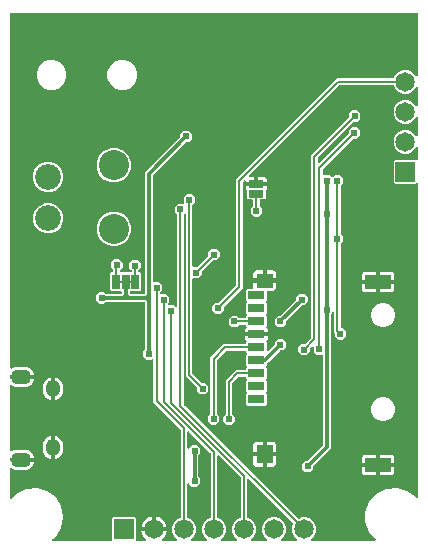
<source format=gbr>
G04 EAGLE Gerber RS-274X export*
G75*
%MOMM*%
%FSLAX34Y34*%
%LPD*%
%AMOC8*
5,1,8,0,0,1.08239X$1,22.5*%
G01*
%ADD10C,1.208000*%
%ADD11C,1.270000*%
%ADD12R,1.400000X0.700000*%
%ADD13R,1.400000X1.200000*%
%ADD14R,2.200000X1.200000*%
%ADD15R,1.400000X1.600000*%
%ADD16R,0.635000X1.270000*%
%ADD17C,0.203200*%
%ADD18R,1.270000X0.635000*%
%ADD19R,1.651000X1.651000*%
%ADD20C,1.651000*%
%ADD21C,2.184400*%
%ADD22C,2.540000*%
%ADD23C,0.609600*%
%ADD24C,0.304800*%

G36*
X90780Y5223D02*
X90780Y5223D01*
X90882Y5231D01*
X90910Y5243D01*
X90941Y5248D01*
X91033Y5292D01*
X91129Y5330D01*
X91152Y5350D01*
X91180Y5363D01*
X91255Y5433D01*
X91335Y5498D01*
X91352Y5524D01*
X91374Y5545D01*
X91425Y5634D01*
X91482Y5719D01*
X91488Y5743D01*
X91506Y5775D01*
X91564Y6035D01*
X91561Y6073D01*
X91566Y6096D01*
X91566Y23992D01*
X92608Y25034D01*
X110592Y25034D01*
X111634Y23992D01*
X111634Y6096D01*
X111649Y5994D01*
X111657Y5892D01*
X111669Y5864D01*
X111674Y5833D01*
X111718Y5741D01*
X111756Y5645D01*
X111776Y5622D01*
X111789Y5594D01*
X111859Y5519D01*
X111924Y5439D01*
X111950Y5422D01*
X111971Y5400D01*
X112060Y5349D01*
X112145Y5292D01*
X112169Y5286D01*
X112201Y5268D01*
X112461Y5210D01*
X112499Y5213D01*
X112522Y5208D01*
X119380Y5208D01*
X119431Y5215D01*
X119483Y5214D01*
X119562Y5235D01*
X119643Y5248D01*
X119690Y5270D01*
X119739Y5284D01*
X119809Y5328D01*
X119883Y5363D01*
X119920Y5398D01*
X119964Y5426D01*
X120017Y5489D01*
X120077Y5545D01*
X120102Y5589D01*
X120136Y5629D01*
X120168Y5704D01*
X120209Y5775D01*
X120220Y5826D01*
X120240Y5873D01*
X120249Y5955D01*
X120267Y6035D01*
X120262Y6086D01*
X120268Y6138D01*
X120252Y6218D01*
X120245Y6300D01*
X120226Y6348D01*
X120216Y6398D01*
X120188Y6442D01*
X120146Y6547D01*
X120033Y6686D01*
X120008Y6724D01*
X118765Y7967D01*
X117767Y9342D01*
X116995Y10856D01*
X116470Y12472D01*
X116351Y13223D01*
X126111Y13223D01*
X126212Y13238D01*
X126315Y13246D01*
X126343Y13258D01*
X126374Y13263D01*
X126466Y13307D01*
X126561Y13345D01*
X126585Y13365D01*
X126613Y13378D01*
X126688Y13448D01*
X126768Y13513D01*
X126785Y13539D01*
X126807Y13560D01*
X126858Y13649D01*
X126915Y13734D01*
X126920Y13758D01*
X126939Y13790D01*
X126997Y14050D01*
X126994Y14088D01*
X126999Y14111D01*
X126999Y15001D01*
X127001Y15001D01*
X127001Y14111D01*
X127016Y14009D01*
X127025Y13907D01*
X127036Y13879D01*
X127041Y13848D01*
X127085Y13756D01*
X127124Y13660D01*
X127143Y13637D01*
X127156Y13609D01*
X127226Y13534D01*
X127291Y13454D01*
X127317Y13437D01*
X127338Y13415D01*
X127427Y13364D01*
X127512Y13307D01*
X127536Y13301D01*
X127569Y13283D01*
X127828Y13225D01*
X127866Y13228D01*
X127889Y13223D01*
X137649Y13223D01*
X137530Y12472D01*
X137005Y10856D01*
X136233Y9342D01*
X135235Y7967D01*
X133992Y6724D01*
X133961Y6683D01*
X133923Y6647D01*
X133882Y6576D01*
X133834Y6510D01*
X133817Y6461D01*
X133791Y6417D01*
X133773Y6337D01*
X133746Y6259D01*
X133745Y6207D01*
X133733Y6157D01*
X133740Y6075D01*
X133737Y5993D01*
X133751Y5944D01*
X133755Y5892D01*
X133786Y5816D01*
X133807Y5737D01*
X133835Y5693D01*
X133854Y5645D01*
X133906Y5582D01*
X133950Y5513D01*
X133989Y5479D01*
X134022Y5439D01*
X134090Y5394D01*
X134152Y5341D01*
X134200Y5320D01*
X134243Y5292D01*
X134293Y5280D01*
X134397Y5236D01*
X134575Y5218D01*
X134620Y5208D01*
X145858Y5208D01*
X145909Y5215D01*
X145961Y5214D01*
X146040Y5235D01*
X146121Y5248D01*
X146167Y5270D01*
X146217Y5284D01*
X146286Y5328D01*
X146360Y5363D01*
X146398Y5398D01*
X146441Y5426D01*
X146495Y5489D01*
X146554Y5545D01*
X146580Y5589D01*
X146613Y5629D01*
X146646Y5704D01*
X146686Y5775D01*
X146698Y5826D01*
X146718Y5873D01*
X146726Y5955D01*
X146744Y6035D01*
X146740Y6086D01*
X146745Y6138D01*
X146729Y6218D01*
X146723Y6300D01*
X146703Y6348D01*
X146693Y6398D01*
X146666Y6442D01*
X146624Y6547D01*
X146511Y6686D01*
X146486Y6724D01*
X143894Y9316D01*
X142366Y13004D01*
X142366Y16996D01*
X143894Y20684D01*
X146716Y23506D01*
X149057Y24476D01*
X149110Y24508D01*
X149168Y24531D01*
X149223Y24576D01*
X149285Y24613D01*
X149326Y24659D01*
X149374Y24698D01*
X149414Y24758D01*
X149461Y24812D01*
X149487Y24868D01*
X149521Y24920D01*
X149532Y24967D01*
X149571Y25053D01*
X149598Y25266D01*
X149605Y25296D01*
X149605Y98910D01*
X149602Y98931D01*
X149604Y98952D01*
X149582Y99062D01*
X149565Y99173D01*
X149556Y99192D01*
X149552Y99212D01*
X149528Y99251D01*
X149450Y99412D01*
X149373Y99494D01*
X149345Y99538D01*
X126491Y122392D01*
X126491Y158415D01*
X126484Y158466D01*
X126485Y158517D01*
X126464Y158597D01*
X126451Y158678D01*
X126429Y158724D01*
X126415Y158774D01*
X126371Y158843D01*
X126336Y158917D01*
X126300Y158955D01*
X126273Y158998D01*
X126210Y159051D01*
X126154Y159111D01*
X126110Y159137D01*
X126070Y159170D01*
X125995Y159203D01*
X125924Y159243D01*
X125873Y159254D01*
X125826Y159275D01*
X125744Y159283D01*
X125664Y159301D01*
X125613Y159297D01*
X125561Y159302D01*
X125481Y159286D01*
X125399Y159279D01*
X125351Y159260D01*
X125301Y159250D01*
X125257Y159222D01*
X125152Y159180D01*
X125013Y159067D01*
X124975Y159043D01*
X124427Y158495D01*
X120429Y158495D01*
X117601Y161323D01*
X117601Y165321D01*
X118865Y166585D01*
X118878Y166602D01*
X118894Y166615D01*
X118956Y166709D01*
X119023Y166799D01*
X119030Y166819D01*
X119041Y166836D01*
X119051Y166881D01*
X119110Y167050D01*
X119114Y167163D01*
X119125Y167213D01*
X119125Y206629D01*
X119110Y206731D01*
X119102Y206833D01*
X119090Y206861D01*
X119085Y206892D01*
X119041Y206984D01*
X119003Y207080D01*
X118983Y207103D01*
X118970Y207131D01*
X118900Y207206D01*
X118835Y207286D01*
X118809Y207303D01*
X118788Y207325D01*
X118699Y207376D01*
X118614Y207433D01*
X118590Y207439D01*
X118558Y207457D01*
X118298Y207515D01*
X118260Y207512D01*
X118237Y207517D01*
X86441Y207517D01*
X86421Y207514D01*
X86400Y207516D01*
X86289Y207494D01*
X86178Y207477D01*
X86160Y207468D01*
X86139Y207464D01*
X86100Y207440D01*
X85939Y207362D01*
X85857Y207285D01*
X85813Y207257D01*
X84549Y205993D01*
X80551Y205993D01*
X77723Y208821D01*
X77723Y212819D01*
X80551Y215647D01*
X84549Y215647D01*
X85813Y214383D01*
X85830Y214370D01*
X85843Y214354D01*
X85937Y214292D01*
X86027Y214225D01*
X86047Y214218D01*
X86064Y214207D01*
X86109Y214197D01*
X86278Y214138D01*
X86391Y214134D01*
X86441Y214123D01*
X98848Y214123D01*
X98869Y214126D01*
X98890Y214124D01*
X99000Y214146D01*
X99111Y214163D01*
X99130Y214172D01*
X99150Y214176D01*
X99189Y214200D01*
X99269Y214239D01*
X99308Y214254D01*
X99317Y214262D01*
X99350Y214278D01*
X99433Y214355D01*
X99476Y214383D01*
X99485Y214392D01*
X99498Y214409D01*
X99514Y214422D01*
X99530Y214446D01*
X99544Y214460D01*
X99577Y214516D01*
X99643Y214606D01*
X99650Y214626D01*
X99661Y214643D01*
X99669Y214678D01*
X99676Y214690D01*
X99684Y214724D01*
X99730Y214857D01*
X99733Y214946D01*
X99734Y214950D01*
X99734Y214957D01*
X99734Y214970D01*
X99745Y215020D01*
X99745Y215431D01*
X99730Y215533D01*
X99722Y215635D01*
X99710Y215663D01*
X99705Y215694D01*
X99661Y215786D01*
X99623Y215882D01*
X99603Y215905D01*
X99590Y215933D01*
X99520Y216008D01*
X99455Y216088D01*
X99429Y216105D01*
X99408Y216127D01*
X99319Y216178D01*
X99234Y216235D01*
X99210Y216241D01*
X99178Y216259D01*
X98918Y216317D01*
X98880Y216314D01*
X98857Y216319D01*
X91008Y216319D01*
X89966Y217361D01*
X89966Y231535D01*
X91008Y232577D01*
X91237Y232577D01*
X91339Y232592D01*
X91441Y232600D01*
X91469Y232612D01*
X91500Y232617D01*
X91592Y232661D01*
X91688Y232699D01*
X91711Y232719D01*
X91739Y232732D01*
X91814Y232802D01*
X91894Y232867D01*
X91911Y232893D01*
X91933Y232914D01*
X91984Y233003D01*
X92041Y233088D01*
X92047Y233112D01*
X92065Y233144D01*
X92123Y233404D01*
X92122Y233421D01*
X92123Y233427D01*
X92121Y233448D01*
X92125Y233465D01*
X92125Y234945D01*
X92122Y234965D01*
X92124Y234986D01*
X92102Y235097D01*
X92085Y235208D01*
X92076Y235226D01*
X92072Y235247D01*
X92048Y235286D01*
X91970Y235447D01*
X91893Y235529D01*
X91865Y235573D01*
X90677Y236761D01*
X90677Y240759D01*
X93505Y243587D01*
X97503Y243587D01*
X100331Y240759D01*
X100331Y236761D01*
X97975Y234405D01*
X97962Y234388D01*
X97946Y234375D01*
X97884Y234281D01*
X97817Y234191D01*
X97810Y234171D01*
X97799Y234154D01*
X97789Y234109D01*
X97730Y233940D01*
X97726Y233827D01*
X97715Y233777D01*
X97715Y233465D01*
X97730Y233363D01*
X97738Y233261D01*
X97750Y233233D01*
X97755Y233202D01*
X97799Y233110D01*
X97837Y233014D01*
X97857Y232991D01*
X97870Y232963D01*
X97940Y232888D01*
X98005Y232808D01*
X98031Y232791D01*
X98052Y232769D01*
X98141Y232718D01*
X98226Y232661D01*
X98250Y232655D01*
X98282Y232637D01*
X98542Y232579D01*
X98580Y232582D01*
X98603Y232577D01*
X107061Y232577D01*
X107163Y232592D01*
X107265Y232600D01*
X107293Y232612D01*
X107324Y232617D01*
X107416Y232661D01*
X107512Y232699D01*
X107535Y232719D01*
X107563Y232732D01*
X107638Y232802D01*
X107718Y232867D01*
X107735Y232893D01*
X107757Y232914D01*
X107808Y233003D01*
X107865Y233088D01*
X107871Y233112D01*
X107889Y233144D01*
X107947Y233404D01*
X107946Y233421D01*
X107947Y233427D01*
X107945Y233448D01*
X107949Y233465D01*
X107949Y233853D01*
X107946Y233873D01*
X107948Y233894D01*
X107926Y234005D01*
X107909Y234116D01*
X107900Y234134D01*
X107896Y234155D01*
X107872Y234194D01*
X107794Y234355D01*
X107717Y234437D01*
X107689Y234481D01*
X105917Y236253D01*
X105917Y240251D01*
X108745Y243079D01*
X112743Y243079D01*
X115571Y240251D01*
X115571Y236253D01*
X113799Y234481D01*
X113786Y234464D01*
X113770Y234451D01*
X113708Y234357D01*
X113641Y234267D01*
X113634Y234247D01*
X113623Y234230D01*
X113613Y234185D01*
X113554Y234016D01*
X113550Y233903D01*
X113539Y233853D01*
X113539Y233465D01*
X113554Y233363D01*
X113562Y233261D01*
X113574Y233233D01*
X113579Y233202D01*
X113623Y233110D01*
X113661Y233014D01*
X113681Y232991D01*
X113694Y232963D01*
X113764Y232888D01*
X113829Y232808D01*
X113855Y232791D01*
X113876Y232769D01*
X113965Y232718D01*
X114050Y232661D01*
X114074Y232655D01*
X114106Y232637D01*
X114366Y232579D01*
X114404Y232582D01*
X114427Y232577D01*
X115088Y232577D01*
X116130Y231535D01*
X116130Y217361D01*
X115088Y216319D01*
X107239Y216319D01*
X107137Y216304D01*
X107035Y216296D01*
X107007Y216284D01*
X106976Y216279D01*
X106884Y216235D01*
X106788Y216197D01*
X106765Y216177D01*
X106737Y216164D01*
X106662Y216094D01*
X106582Y216029D01*
X106565Y216003D01*
X106543Y215982D01*
X106492Y215893D01*
X106435Y215808D01*
X106429Y215784D01*
X106411Y215752D01*
X106353Y215492D01*
X106356Y215454D01*
X106351Y215431D01*
X106351Y215011D01*
X106366Y214909D01*
X106374Y214807D01*
X106386Y214779D01*
X106391Y214748D01*
X106435Y214656D01*
X106473Y214560D01*
X106493Y214537D01*
X106506Y214509D01*
X106576Y214434D01*
X106641Y214354D01*
X106667Y214337D01*
X106688Y214315D01*
X106777Y214264D01*
X106862Y214207D01*
X106886Y214201D01*
X106918Y214183D01*
X107178Y214125D01*
X107216Y214128D01*
X107239Y214123D01*
X118237Y214123D01*
X118339Y214138D01*
X118441Y214146D01*
X118469Y214158D01*
X118500Y214163D01*
X118592Y214207D01*
X118688Y214245D01*
X118711Y214265D01*
X118739Y214278D01*
X118814Y214348D01*
X118894Y214413D01*
X118911Y214439D01*
X118933Y214460D01*
X118984Y214549D01*
X119041Y214634D01*
X119047Y214658D01*
X119065Y214690D01*
X119123Y214950D01*
X119120Y214988D01*
X119125Y215011D01*
X119125Y317344D01*
X149091Y347310D01*
X149104Y347327D01*
X149120Y347340D01*
X149182Y347434D01*
X149249Y347524D01*
X149256Y347544D01*
X149267Y347561D01*
X149277Y347606D01*
X149336Y347775D01*
X149340Y347888D01*
X149351Y347938D01*
X149351Y349725D01*
X152179Y352553D01*
X156177Y352553D01*
X159005Y349725D01*
X159005Y345727D01*
X156177Y342899D01*
X154390Y342899D01*
X154369Y342896D01*
X154348Y342898D01*
X154238Y342876D01*
X154127Y342859D01*
X154108Y342850D01*
X154088Y342846D01*
X154049Y342822D01*
X153888Y342744D01*
X153805Y342667D01*
X153762Y342639D01*
X125991Y314868D01*
X125978Y314851D01*
X125962Y314838D01*
X125900Y314744D01*
X125833Y314654D01*
X125826Y314634D01*
X125815Y314617D01*
X125805Y314572D01*
X125746Y314403D01*
X125742Y314290D01*
X125731Y314240D01*
X125731Y224871D01*
X125738Y224820D01*
X125737Y224769D01*
X125758Y224689D01*
X125771Y224608D01*
X125793Y224562D01*
X125807Y224512D01*
X125851Y224443D01*
X125886Y224369D01*
X125922Y224331D01*
X125949Y224288D01*
X126012Y224235D01*
X126068Y224175D01*
X126112Y224149D01*
X126152Y224116D01*
X126227Y224083D01*
X126298Y224043D01*
X126349Y224032D01*
X126396Y224011D01*
X126478Y224003D01*
X126558Y223985D01*
X126609Y223989D01*
X126661Y223984D01*
X126741Y224000D01*
X126823Y224007D01*
X126871Y224026D01*
X126921Y224036D01*
X126965Y224064D01*
X127070Y224106D01*
X127209Y224219D01*
X127247Y224243D01*
X127287Y224283D01*
X131285Y224283D01*
X134113Y221455D01*
X134113Y217457D01*
X132341Y215685D01*
X132328Y215668D01*
X132312Y215655D01*
X132250Y215561D01*
X132183Y215471D01*
X132176Y215451D01*
X132165Y215434D01*
X132155Y215389D01*
X132096Y215220D01*
X132092Y215107D01*
X132081Y215057D01*
X132081Y214757D01*
X132096Y214655D01*
X132104Y214553D01*
X132116Y214525D01*
X132121Y214494D01*
X132165Y214402D01*
X132203Y214306D01*
X132223Y214283D01*
X132236Y214255D01*
X132306Y214180D01*
X132371Y214100D01*
X132397Y214083D01*
X132418Y214061D01*
X132507Y214010D01*
X132592Y213953D01*
X132616Y213947D01*
X132648Y213929D01*
X132908Y213871D01*
X132946Y213874D01*
X132969Y213869D01*
X137127Y213869D01*
X139955Y211041D01*
X139955Y207043D01*
X139153Y206241D01*
X139122Y206200D01*
X139085Y206164D01*
X139044Y206093D01*
X138995Y206027D01*
X138978Y205978D01*
X138953Y205934D01*
X138935Y205854D01*
X138908Y205776D01*
X138906Y205724D01*
X138895Y205674D01*
X138902Y205592D01*
X138899Y205510D01*
X138912Y205461D01*
X138917Y205409D01*
X138947Y205333D01*
X138969Y205254D01*
X138996Y205210D01*
X139016Y205162D01*
X139067Y205099D01*
X139111Y205030D01*
X139151Y204996D01*
X139183Y204956D01*
X139252Y204911D01*
X139314Y204858D01*
X139361Y204837D01*
X139404Y204809D01*
X139455Y204797D01*
X139558Y204753D01*
X139737Y204735D01*
X139781Y204725D01*
X143477Y204725D01*
X145041Y203161D01*
X145082Y203130D01*
X145118Y203093D01*
X145189Y203052D01*
X145255Y203003D01*
X145304Y202986D01*
X145348Y202961D01*
X145428Y202943D01*
X145506Y202916D01*
X145558Y202914D01*
X145608Y202903D01*
X145690Y202910D01*
X145772Y202907D01*
X145821Y202920D01*
X145873Y202925D01*
X145949Y202955D01*
X146028Y202977D01*
X146072Y203004D01*
X146120Y203024D01*
X146183Y203075D01*
X146252Y203119D01*
X146286Y203159D01*
X146326Y203191D01*
X146371Y203260D01*
X146424Y203322D01*
X146445Y203369D01*
X146473Y203412D01*
X146485Y203463D01*
X146529Y203566D01*
X146547Y203745D01*
X146557Y203789D01*
X146557Y281351D01*
X146554Y281371D01*
X146556Y281392D01*
X146534Y281503D01*
X146517Y281614D01*
X146508Y281632D01*
X146504Y281653D01*
X146480Y281692D01*
X146402Y281853D01*
X146325Y281935D01*
X146297Y281979D01*
X144525Y283751D01*
X144525Y287749D01*
X147353Y290577D01*
X151557Y290577D01*
X151608Y290584D01*
X151659Y290583D01*
X151739Y290604D01*
X151820Y290617D01*
X151866Y290639D01*
X151916Y290653D01*
X151985Y290697D01*
X152059Y290732D01*
X152097Y290768D01*
X152140Y290795D01*
X152193Y290858D01*
X152253Y290914D01*
X152279Y290958D01*
X152312Y290998D01*
X152345Y291073D01*
X152385Y291144D01*
X152396Y291195D01*
X152417Y291242D01*
X152425Y291324D01*
X152443Y291404D01*
X152439Y291455D01*
X152444Y291507D01*
X152428Y291587D01*
X152421Y291669D01*
X152402Y291717D01*
X152392Y291767D01*
X152364Y291811D01*
X152322Y291916D01*
X152209Y292055D01*
X152185Y292093D01*
X152145Y292133D01*
X152145Y296131D01*
X154973Y298959D01*
X158971Y298959D01*
X161799Y296131D01*
X161799Y292133D01*
X159773Y290107D01*
X159760Y290090D01*
X159744Y290077D01*
X159682Y289983D01*
X159615Y289893D01*
X159608Y289873D01*
X159597Y289856D01*
X159587Y289811D01*
X159528Y289642D01*
X159525Y289554D01*
X159515Y289509D01*
X159516Y289494D01*
X159513Y289479D01*
X159513Y237871D01*
X159528Y237769D01*
X159536Y237667D01*
X159548Y237639D01*
X159553Y237608D01*
X159597Y237516D01*
X159635Y237420D01*
X159655Y237397D01*
X159668Y237369D01*
X159738Y237294D01*
X159803Y237214D01*
X159829Y237197D01*
X159850Y237175D01*
X159939Y237124D01*
X160024Y237067D01*
X160048Y237061D01*
X160080Y237043D01*
X160340Y236985D01*
X160378Y236988D01*
X160401Y236983D01*
X163066Y236983D01*
X163087Y236986D01*
X163108Y236984D01*
X163218Y237006D01*
X163329Y237023D01*
X163348Y237032D01*
X163369Y237036D01*
X163407Y237060D01*
X163569Y237138D01*
X163651Y237215D01*
X163695Y237243D01*
X172713Y246261D01*
X172726Y246278D01*
X172742Y246292D01*
X172804Y246385D01*
X172871Y246475D01*
X172878Y246495D01*
X172889Y246513D01*
X172899Y246557D01*
X172958Y246726D01*
X172962Y246839D01*
X172973Y246890D01*
X172973Y249395D01*
X175801Y252223D01*
X179799Y252223D01*
X182627Y249395D01*
X182627Y245397D01*
X179799Y242569D01*
X177294Y242569D01*
X177273Y242566D01*
X177252Y242568D01*
X177142Y242546D01*
X177031Y242529D01*
X177012Y242520D01*
X176991Y242516D01*
X176953Y242492D01*
X176791Y242414D01*
X176709Y242337D01*
X176665Y242309D01*
X167647Y233291D01*
X167634Y233274D01*
X167618Y233260D01*
X167556Y233167D01*
X167489Y233077D01*
X167482Y233057D01*
X167471Y233039D01*
X167461Y232995D01*
X167402Y232826D01*
X167398Y232713D01*
X167387Y232662D01*
X167387Y230157D01*
X164559Y227329D01*
X160401Y227329D01*
X160299Y227314D01*
X160197Y227306D01*
X160169Y227294D01*
X160138Y227289D01*
X160046Y227245D01*
X159950Y227207D01*
X159927Y227187D01*
X159899Y227174D01*
X159824Y227104D01*
X159744Y227039D01*
X159727Y227013D01*
X159705Y226992D01*
X159654Y226903D01*
X159597Y226818D01*
X159591Y226794D01*
X159573Y226762D01*
X159515Y226502D01*
X159518Y226464D01*
X159513Y226441D01*
X159513Y147068D01*
X159516Y147047D01*
X159514Y147026D01*
X159536Y146916D01*
X159553Y146805D01*
X159562Y146786D01*
X159566Y146765D01*
X159590Y146727D01*
X159668Y146565D01*
X159745Y146483D01*
X159773Y146439D01*
X167013Y139199D01*
X167030Y139186D01*
X167044Y139170D01*
X167137Y139108D01*
X167227Y139041D01*
X167247Y139034D01*
X167265Y139023D01*
X167309Y139013D01*
X167478Y138954D01*
X167591Y138950D01*
X167642Y138939D01*
X170147Y138939D01*
X172975Y136111D01*
X172975Y132113D01*
X170147Y129285D01*
X166149Y129285D01*
X163321Y132113D01*
X163321Y134618D01*
X163318Y134639D01*
X163320Y134660D01*
X163298Y134770D01*
X163281Y134881D01*
X163272Y134900D01*
X163268Y134921D01*
X163244Y134959D01*
X163166Y135121D01*
X163089Y135203D01*
X163061Y135247D01*
X153923Y144384D01*
X153923Y281351D01*
X153914Y281411D01*
X153915Y281472D01*
X153894Y281542D01*
X153883Y281614D01*
X153857Y281669D01*
X153840Y281727D01*
X153799Y281788D01*
X153768Y281853D01*
X153726Y281898D01*
X153692Y281948D01*
X153636Y281994D01*
X153586Y282047D01*
X153533Y282078D01*
X153486Y282116D01*
X153419Y282143D01*
X153356Y282179D01*
X153296Y282192D01*
X153239Y282215D01*
X153167Y282221D01*
X153096Y282237D01*
X153035Y282232D01*
X152974Y282237D01*
X152903Y282221D01*
X152831Y282215D01*
X152775Y282193D01*
X152715Y282179D01*
X152652Y282143D01*
X152584Y282116D01*
X152537Y282078D01*
X152484Y282048D01*
X152454Y282010D01*
X152378Y281949D01*
X152261Y281774D01*
X152241Y281748D01*
X152237Y281737D01*
X152231Y281728D01*
X152223Y281695D01*
X152159Y281495D01*
X152157Y281398D01*
X152147Y281351D01*
X152147Y121174D01*
X152150Y121153D01*
X152148Y121132D01*
X152170Y121022D01*
X152187Y120911D01*
X152196Y120892D01*
X152200Y120871D01*
X152224Y120833D01*
X152302Y120671D01*
X152379Y120589D01*
X152407Y120545D01*
X248696Y24257D01*
X248746Y24220D01*
X248789Y24176D01*
X248852Y24142D01*
X248910Y24099D01*
X248968Y24079D01*
X249023Y24049D01*
X249093Y24035D01*
X249161Y24012D01*
X249223Y24010D01*
X249283Y23998D01*
X249331Y24006D01*
X249426Y24003D01*
X249633Y24059D01*
X249664Y24064D01*
X252004Y25034D01*
X255996Y25034D01*
X259684Y23506D01*
X262506Y20684D01*
X264034Y16996D01*
X264034Y13004D01*
X262506Y9316D01*
X259914Y6724D01*
X259883Y6683D01*
X259846Y6647D01*
X259805Y6576D01*
X259756Y6510D01*
X259739Y6461D01*
X259714Y6417D01*
X259696Y6337D01*
X259669Y6259D01*
X259667Y6207D01*
X259656Y6157D01*
X259662Y6075D01*
X259660Y5993D01*
X259673Y5944D01*
X259677Y5892D01*
X259708Y5816D01*
X259730Y5737D01*
X259757Y5693D01*
X259776Y5645D01*
X259828Y5582D01*
X259872Y5513D01*
X259911Y5479D01*
X259944Y5439D01*
X260012Y5394D01*
X260075Y5341D01*
X260122Y5320D01*
X260165Y5292D01*
X260216Y5280D01*
X260319Y5236D01*
X260498Y5218D01*
X260542Y5208D01*
X313679Y5208D01*
X313710Y5212D01*
X313741Y5210D01*
X313841Y5232D01*
X313942Y5248D01*
X313970Y5261D01*
X314000Y5268D01*
X314089Y5319D01*
X314181Y5363D01*
X314204Y5385D01*
X314231Y5400D01*
X314301Y5475D01*
X314375Y5545D01*
X314391Y5572D01*
X314412Y5594D01*
X314457Y5687D01*
X314507Y5775D01*
X314514Y5806D01*
X314528Y5834D01*
X314543Y5935D01*
X314565Y6035D01*
X314563Y6066D01*
X314567Y6097D01*
X314552Y6198D01*
X314544Y6300D01*
X314532Y6329D01*
X314527Y6359D01*
X314502Y6404D01*
X314445Y6547D01*
X314362Y6649D01*
X314335Y6694D01*
X309159Y12372D01*
X305874Y20853D01*
X305874Y29947D01*
X309159Y38428D01*
X315286Y45149D01*
X323428Y49203D01*
X332483Y50042D01*
X341231Y47553D01*
X348489Y42072D01*
X348749Y41652D01*
X348762Y41636D01*
X348771Y41617D01*
X348848Y41535D01*
X348921Y41449D01*
X348938Y41438D01*
X348953Y41423D01*
X349050Y41367D01*
X349145Y41307D01*
X349165Y41301D01*
X349183Y41291D01*
X349293Y41266D01*
X349402Y41237D01*
X349423Y41238D01*
X349443Y41233D01*
X349555Y41242D01*
X349667Y41246D01*
X349687Y41253D01*
X349708Y41255D01*
X349813Y41297D01*
X349919Y41334D01*
X349935Y41346D01*
X349955Y41354D01*
X350042Y41425D01*
X350132Y41492D01*
X350145Y41508D01*
X350161Y41521D01*
X350224Y41615D01*
X350290Y41706D01*
X350297Y41725D01*
X350308Y41742D01*
X350318Y41787D01*
X350377Y41957D01*
X350381Y42069D01*
X350392Y42119D01*
X350392Y307124D01*
X350385Y307175D01*
X350386Y307227D01*
X350365Y307306D01*
X350352Y307387D01*
X350330Y307434D01*
X350316Y307483D01*
X350272Y307553D01*
X350237Y307626D01*
X350201Y307664D01*
X350174Y307708D01*
X350111Y307761D01*
X350055Y307821D01*
X350011Y307846D01*
X349971Y307880D01*
X349896Y307912D01*
X349825Y307953D01*
X349774Y307964D01*
X349727Y307984D01*
X349645Y307993D01*
X349565Y308011D01*
X349514Y308006D01*
X349462Y308012D01*
X349382Y307996D01*
X349300Y307989D01*
X349252Y307970D01*
X349202Y307960D01*
X349158Y307932D01*
X349053Y307890D01*
X348914Y307777D01*
X348876Y307752D01*
X348844Y307720D01*
X330860Y307720D01*
X329818Y308762D01*
X329818Y326746D01*
X330860Y327788D01*
X348844Y327788D01*
X348876Y327756D01*
X348917Y327725D01*
X348953Y327687D01*
X349024Y327646D01*
X349090Y327598D01*
X349139Y327581D01*
X349183Y327555D01*
X349263Y327537D01*
X349341Y327510D01*
X349393Y327509D01*
X349443Y327497D01*
X349525Y327504D01*
X349607Y327501D01*
X349656Y327515D01*
X349708Y327519D01*
X349784Y327550D01*
X349863Y327571D01*
X349907Y327599D01*
X349955Y327618D01*
X350018Y327670D01*
X350087Y327714D01*
X350121Y327753D01*
X350161Y327786D01*
X350206Y327854D01*
X350259Y327916D01*
X350280Y327964D01*
X350308Y328007D01*
X350320Y328057D01*
X350364Y328161D01*
X350382Y328339D01*
X350392Y328384D01*
X350392Y337916D01*
X350378Y338007D01*
X350373Y338099D01*
X350359Y338138D01*
X350352Y338178D01*
X350312Y338261D01*
X350280Y338348D01*
X350255Y338381D01*
X350237Y338418D01*
X350174Y338485D01*
X350117Y338558D01*
X350084Y338582D01*
X350055Y338612D01*
X349975Y338658D01*
X349900Y338711D01*
X349860Y338724D01*
X349825Y338744D01*
X349734Y338764D01*
X349647Y338792D01*
X349605Y338793D01*
X349565Y338802D01*
X349473Y338794D01*
X349381Y338795D01*
X349341Y338783D01*
X349300Y338780D01*
X349215Y338746D01*
X349126Y338719D01*
X349092Y338696D01*
X349053Y338681D01*
X348982Y338623D01*
X348905Y338571D01*
X348887Y338546D01*
X348847Y338514D01*
X348700Y338292D01*
X348695Y338272D01*
X348683Y338255D01*
X348358Y337470D01*
X345536Y334648D01*
X341848Y333120D01*
X337856Y333120D01*
X334168Y334648D01*
X331346Y337470D01*
X329818Y341158D01*
X329818Y345150D01*
X331346Y348838D01*
X334168Y351660D01*
X337856Y353188D01*
X341848Y353188D01*
X345536Y351660D01*
X348358Y348838D01*
X348683Y348053D01*
X348731Y347973D01*
X348771Y347890D01*
X348799Y347860D01*
X348821Y347825D01*
X348890Y347764D01*
X348953Y347696D01*
X348988Y347676D01*
X349019Y347648D01*
X349103Y347610D01*
X349183Y347564D01*
X349224Y347555D01*
X349261Y347538D01*
X349353Y347526D01*
X349443Y347506D01*
X349484Y347510D01*
X349525Y347504D01*
X349616Y347520D01*
X349708Y347528D01*
X349746Y347543D01*
X349787Y347550D01*
X349869Y347592D01*
X349955Y347627D01*
X349987Y347653D01*
X350023Y347672D01*
X350089Y347736D01*
X350161Y347794D01*
X350184Y347829D01*
X350213Y347858D01*
X350257Y347939D01*
X350308Y348016D01*
X350315Y348046D01*
X350340Y348091D01*
X350391Y348352D01*
X350388Y348372D01*
X350392Y348392D01*
X350392Y363316D01*
X350378Y363407D01*
X350373Y363499D01*
X350359Y363538D01*
X350352Y363578D01*
X350312Y363661D01*
X350280Y363748D01*
X350255Y363781D01*
X350237Y363818D01*
X350174Y363885D01*
X350117Y363958D01*
X350084Y363982D01*
X350055Y364012D01*
X349975Y364058D01*
X349900Y364111D01*
X349860Y364124D01*
X349825Y364144D01*
X349734Y364164D01*
X349647Y364192D01*
X349605Y364193D01*
X349565Y364202D01*
X349473Y364194D01*
X349381Y364195D01*
X349341Y364183D01*
X349300Y364180D01*
X349215Y364146D01*
X349126Y364119D01*
X349092Y364096D01*
X349053Y364081D01*
X348982Y364023D01*
X348905Y363971D01*
X348887Y363946D01*
X348847Y363914D01*
X348700Y363692D01*
X348695Y363672D01*
X348683Y363655D01*
X348358Y362870D01*
X345536Y360048D01*
X341848Y358520D01*
X337856Y358520D01*
X334168Y360048D01*
X331346Y362870D01*
X329818Y366558D01*
X329818Y370550D01*
X331346Y374238D01*
X334168Y377060D01*
X337856Y378588D01*
X341848Y378588D01*
X345536Y377060D01*
X348358Y374238D01*
X348683Y373453D01*
X348714Y373402D01*
X348722Y373381D01*
X348735Y373365D01*
X348771Y373290D01*
X348799Y373260D01*
X348821Y373225D01*
X348890Y373164D01*
X348953Y373096D01*
X348988Y373076D01*
X349019Y373048D01*
X349103Y373010D01*
X349183Y372964D01*
X349224Y372955D01*
X349261Y372938D01*
X349353Y372926D01*
X349443Y372906D01*
X349484Y372910D01*
X349525Y372904D01*
X349616Y372920D01*
X349708Y372928D01*
X349746Y372943D01*
X349787Y372950D01*
X349869Y372992D01*
X349955Y373027D01*
X349987Y373053D01*
X350023Y373072D01*
X350089Y373136D01*
X350161Y373194D01*
X350184Y373229D01*
X350213Y373258D01*
X350257Y373339D01*
X350308Y373416D01*
X350315Y373446D01*
X350340Y373491D01*
X350391Y373752D01*
X350389Y373765D01*
X350390Y373770D01*
X350389Y373780D01*
X350392Y373792D01*
X350392Y388716D01*
X350378Y388807D01*
X350373Y388899D01*
X350359Y388938D01*
X350352Y388978D01*
X350312Y389061D01*
X350280Y389148D01*
X350255Y389181D01*
X350237Y389218D01*
X350174Y389285D01*
X350117Y389358D01*
X350084Y389382D01*
X350055Y389412D01*
X349975Y389458D01*
X349900Y389511D01*
X349860Y389524D01*
X349825Y389544D01*
X349734Y389564D01*
X349647Y389592D01*
X349605Y389593D01*
X349565Y389602D01*
X349473Y389594D01*
X349381Y389595D01*
X349341Y389583D01*
X349300Y389580D01*
X349215Y389546D01*
X349126Y389519D01*
X349092Y389496D01*
X349053Y389481D01*
X348982Y389423D01*
X348905Y389371D01*
X348887Y389346D01*
X348847Y389314D01*
X348700Y389092D01*
X348695Y389072D01*
X348683Y389055D01*
X348358Y388270D01*
X345536Y385448D01*
X341848Y383920D01*
X337856Y383920D01*
X334168Y385448D01*
X331346Y388270D01*
X330376Y390611D01*
X330344Y390664D01*
X330321Y390722D01*
X330276Y390777D01*
X330239Y390839D01*
X330193Y390880D01*
X330154Y390928D01*
X330094Y390968D01*
X330040Y391015D01*
X329984Y391041D01*
X329932Y391075D01*
X329885Y391086D01*
X329799Y391125D01*
X329586Y391152D01*
X329556Y391159D01*
X284482Y391159D01*
X284461Y391156D01*
X284440Y391158D01*
X284330Y391136D01*
X284219Y391119D01*
X284200Y391110D01*
X284179Y391106D01*
X284141Y391082D01*
X283979Y391004D01*
X283897Y390927D01*
X283853Y390899D01*
X207492Y314538D01*
X207462Y314497D01*
X207424Y314461D01*
X207383Y314390D01*
X207335Y314324D01*
X207318Y314275D01*
X207292Y314231D01*
X207274Y314151D01*
X207247Y314073D01*
X207246Y314021D01*
X207234Y313971D01*
X207241Y313889D01*
X207238Y313807D01*
X207252Y313758D01*
X207256Y313706D01*
X207286Y313630D01*
X207308Y313551D01*
X207336Y313507D01*
X207355Y313459D01*
X207407Y313396D01*
X207451Y313327D01*
X207490Y313293D01*
X207523Y313253D01*
X207591Y313208D01*
X207653Y313155D01*
X207701Y313134D01*
X207744Y313106D01*
X207794Y313094D01*
X207898Y313050D01*
X208076Y313032D01*
X208120Y313022D01*
X211963Y313022D01*
X211963Y308893D01*
X204659Y308893D01*
X204659Y309561D01*
X204652Y309612D01*
X204653Y309663D01*
X204632Y309742D01*
X204619Y309823D01*
X204597Y309870D01*
X204583Y309920D01*
X204539Y309989D01*
X204504Y310063D01*
X204469Y310100D01*
X204441Y310144D01*
X204378Y310197D01*
X204322Y310257D01*
X204278Y310283D01*
X204238Y310316D01*
X204163Y310348D01*
X204092Y310389D01*
X204041Y310400D01*
X203994Y310420D01*
X203912Y310429D01*
X203832Y310447D01*
X203781Y310442D01*
X203729Y310448D01*
X203649Y310432D01*
X203567Y310425D01*
X203519Y310406D01*
X203469Y310396D01*
X203425Y310368D01*
X203320Y310326D01*
X203181Y310213D01*
X203143Y310189D01*
X202191Y309237D01*
X202178Y309220D01*
X202162Y309206D01*
X202100Y309113D01*
X202033Y309023D01*
X202026Y309003D01*
X202015Y308985D01*
X202005Y308941D01*
X201946Y308771D01*
X201942Y308659D01*
X201931Y308608D01*
X201931Y218806D01*
X200034Y216909D01*
X200033Y216909D01*
X186189Y203065D01*
X186176Y203048D01*
X186160Y203034D01*
X186098Y202941D01*
X186031Y202851D01*
X186024Y202831D01*
X186013Y202813D01*
X186003Y202769D01*
X185944Y202600D01*
X185941Y202504D01*
X185931Y202460D01*
X185932Y202450D01*
X185929Y202436D01*
X185929Y199931D01*
X183101Y197103D01*
X179103Y197103D01*
X176275Y199931D01*
X176275Y203929D01*
X179103Y206757D01*
X181608Y206757D01*
X181629Y206760D01*
X181650Y206758D01*
X181760Y206780D01*
X181871Y206797D01*
X181890Y206806D01*
X181911Y206810D01*
X181949Y206834D01*
X182111Y206912D01*
X182193Y206989D01*
X182237Y207017D01*
X196081Y220861D01*
X196094Y220878D01*
X196110Y220892D01*
X196172Y220985D01*
X196239Y221075D01*
X196246Y221095D01*
X196257Y221113D01*
X196267Y221157D01*
X196326Y221326D01*
X196330Y221439D01*
X196341Y221490D01*
X196341Y311292D01*
X281798Y396749D01*
X329556Y396749D01*
X329617Y396758D01*
X329679Y396757D01*
X329748Y396778D01*
X329818Y396789D01*
X329874Y396816D01*
X329934Y396833D01*
X329993Y396873D01*
X330058Y396904D01*
X330103Y396947D01*
X330155Y396981D01*
X330182Y397020D01*
X330252Y397086D01*
X330358Y397272D01*
X330376Y397297D01*
X331346Y399638D01*
X334168Y402460D01*
X337856Y403988D01*
X341848Y403988D01*
X345536Y402460D01*
X348358Y399638D01*
X348683Y398853D01*
X348731Y398773D01*
X348771Y398690D01*
X348799Y398660D01*
X348821Y398625D01*
X348890Y398564D01*
X348953Y398496D01*
X348988Y398476D01*
X349019Y398448D01*
X349103Y398410D01*
X349183Y398364D01*
X349224Y398355D01*
X349261Y398338D01*
X349353Y398326D01*
X349443Y398306D01*
X349484Y398310D01*
X349525Y398304D01*
X349616Y398320D01*
X349708Y398328D01*
X349746Y398343D01*
X349787Y398350D01*
X349869Y398392D01*
X349955Y398427D01*
X349987Y398453D01*
X350023Y398472D01*
X350089Y398536D01*
X350161Y398594D01*
X350184Y398629D01*
X350213Y398658D01*
X350257Y398739D01*
X350308Y398816D01*
X350315Y398846D01*
X350340Y398891D01*
X350391Y399152D01*
X350388Y399172D01*
X350392Y399192D01*
X350392Y451104D01*
X350377Y451206D01*
X350369Y451308D01*
X350357Y451336D01*
X350352Y451367D01*
X350308Y451459D01*
X350270Y451555D01*
X350250Y451578D01*
X350237Y451606D01*
X350167Y451681D01*
X350102Y451761D01*
X350076Y451778D01*
X350055Y451800D01*
X349966Y451851D01*
X349881Y451908D01*
X349857Y451914D01*
X349825Y451932D01*
X349565Y451990D01*
X349527Y451987D01*
X349504Y451992D01*
X6096Y451992D01*
X5994Y451977D01*
X5892Y451969D01*
X5864Y451957D01*
X5833Y451952D01*
X5741Y451908D01*
X5645Y451870D01*
X5622Y451850D01*
X5594Y451837D01*
X5519Y451767D01*
X5439Y451702D01*
X5422Y451676D01*
X5400Y451655D01*
X5349Y451566D01*
X5292Y451481D01*
X5286Y451457D01*
X5268Y451425D01*
X5210Y451165D01*
X5213Y451127D01*
X5208Y451104D01*
X5208Y151843D01*
X5222Y151747D01*
X5229Y151649D01*
X5242Y151616D01*
X5248Y151580D01*
X5290Y151492D01*
X5325Y151401D01*
X5348Y151373D01*
X5363Y151341D01*
X5430Y151269D01*
X5490Y151193D01*
X5520Y151173D01*
X5545Y151146D01*
X5629Y151098D01*
X5710Y151043D01*
X5744Y151032D01*
X5775Y151015D01*
X5871Y150993D01*
X5964Y150965D01*
X6000Y150965D01*
X6035Y150957D01*
X6132Y150965D01*
X6230Y150965D01*
X6255Y150975D01*
X6300Y150978D01*
X6547Y151077D01*
X6571Y151097D01*
X6589Y151104D01*
X7713Y151855D01*
X9331Y152525D01*
X10352Y152728D01*
X10428Y152651D01*
X10512Y152561D01*
X10521Y152555D01*
X10528Y152548D01*
X10636Y152490D01*
X10742Y152429D01*
X10753Y152426D01*
X10762Y152421D01*
X10882Y152398D01*
X11002Y152371D01*
X11012Y152372D01*
X11023Y152370D01*
X11054Y152375D01*
X11267Y152393D01*
X11355Y152428D01*
X11403Y152436D01*
X11617Y152525D01*
X12958Y152792D01*
X12973Y152797D01*
X12989Y152799D01*
X13061Y152827D01*
X13130Y152812D01*
X13176Y152792D01*
X14291Y152570D01*
X14556Y152558D01*
X14606Y152571D01*
X14637Y152570D01*
X15244Y152691D01*
X15259Y152696D01*
X15275Y152698D01*
X15384Y152741D01*
X15494Y152781D01*
X15507Y152791D01*
X15515Y152794D01*
X15699Y152785D01*
X15722Y152791D01*
X15822Y152734D01*
X15924Y152711D01*
X15970Y152691D01*
X16803Y152525D01*
X17525Y152226D01*
X17535Y152224D01*
X17544Y152218D01*
X17664Y152192D01*
X17783Y152162D01*
X17794Y152163D01*
X17804Y152161D01*
X17926Y152171D01*
X18048Y152178D01*
X18058Y152181D01*
X18069Y152182D01*
X18183Y152228D01*
X18297Y152271D01*
X18306Y152277D01*
X18316Y152281D01*
X18412Y152359D01*
X18508Y152434D01*
X18514Y152442D01*
X18522Y152449D01*
X18590Y152551D01*
X18660Y152651D01*
X18664Y152661D01*
X18669Y152670D01*
X18676Y152700D01*
X18679Y152708D01*
X19597Y152525D01*
X21215Y151855D01*
X22672Y150882D01*
X23910Y149644D01*
X24883Y148187D01*
X25553Y146569D01*
X25721Y145725D01*
X17865Y145725D01*
X17764Y145710D01*
X17661Y145702D01*
X17633Y145690D01*
X17602Y145685D01*
X17510Y145641D01*
X17415Y145603D01*
X17391Y145583D01*
X17363Y145570D01*
X17288Y145500D01*
X17208Y145435D01*
X17191Y145409D01*
X17169Y145388D01*
X17118Y145299D01*
X17061Y145214D01*
X17056Y145190D01*
X17037Y145158D01*
X17008Y145029D01*
X17007Y145041D01*
X16996Y145069D01*
X16991Y145100D01*
X16947Y145192D01*
X16908Y145288D01*
X16889Y145311D01*
X16876Y145339D01*
X16805Y145414D01*
X16741Y145494D01*
X16715Y145511D01*
X16694Y145533D01*
X16605Y145584D01*
X16520Y145641D01*
X16496Y145647D01*
X16463Y145665D01*
X16204Y145723D01*
X16166Y145720D01*
X16143Y145725D01*
X15071Y145725D01*
X14970Y145710D01*
X14867Y145702D01*
X14839Y145690D01*
X14808Y145685D01*
X14716Y145641D01*
X14621Y145603D01*
X14597Y145583D01*
X14569Y145570D01*
X14494Y145500D01*
X14414Y145435D01*
X14397Y145409D01*
X14375Y145388D01*
X14324Y145299D01*
X14267Y145214D01*
X14262Y145190D01*
X14243Y145158D01*
X14214Y145029D01*
X14213Y145041D01*
X14202Y145069D01*
X14197Y145100D01*
X14153Y145192D01*
X14114Y145288D01*
X14095Y145311D01*
X14082Y145339D01*
X14011Y145414D01*
X13947Y145494D01*
X13921Y145511D01*
X13900Y145533D01*
X13811Y145584D01*
X13726Y145641D01*
X13702Y145647D01*
X13669Y145665D01*
X13410Y145723D01*
X13372Y145720D01*
X13349Y145725D01*
X12785Y145725D01*
X12684Y145710D01*
X12581Y145702D01*
X12553Y145690D01*
X12522Y145685D01*
X12430Y145641D01*
X12335Y145603D01*
X12311Y145583D01*
X12283Y145570D01*
X12208Y145500D01*
X12128Y145435D01*
X12111Y145409D01*
X12089Y145388D01*
X12038Y145299D01*
X11981Y145214D01*
X11976Y145190D01*
X11957Y145158D01*
X11928Y145029D01*
X11927Y145041D01*
X11916Y145069D01*
X11911Y145100D01*
X11867Y145192D01*
X11828Y145288D01*
X11809Y145311D01*
X11796Y145339D01*
X11725Y145414D01*
X11661Y145494D01*
X11635Y145511D01*
X11614Y145533D01*
X11525Y145584D01*
X11440Y145641D01*
X11416Y145647D01*
X11383Y145665D01*
X11124Y145723D01*
X11086Y145720D01*
X11063Y145725D01*
X6096Y145725D01*
X5994Y145710D01*
X5892Y145702D01*
X5864Y145690D01*
X5833Y145685D01*
X5741Y145641D01*
X5645Y145603D01*
X5622Y145583D01*
X5594Y145570D01*
X5519Y145500D01*
X5439Y145435D01*
X5422Y145409D01*
X5400Y145388D01*
X5349Y145299D01*
X5292Y145214D01*
X5286Y145190D01*
X5268Y145158D01*
X5210Y144898D01*
X5213Y144860D01*
X5208Y144837D01*
X5208Y143115D01*
X5223Y143013D01*
X5231Y142911D01*
X5243Y142883D01*
X5248Y142852D01*
X5292Y142760D01*
X5330Y142664D01*
X5350Y142641D01*
X5363Y142613D01*
X5433Y142538D01*
X5498Y142458D01*
X5524Y142441D01*
X5545Y142419D01*
X5634Y142368D01*
X5719Y142311D01*
X5743Y142305D01*
X5775Y142287D01*
X6035Y142229D01*
X6073Y142232D01*
X6096Y142227D01*
X11063Y142227D01*
X11164Y142242D01*
X11267Y142250D01*
X11295Y142262D01*
X11326Y142266D01*
X11418Y142311D01*
X11513Y142349D01*
X11537Y142369D01*
X11565Y142382D01*
X11640Y142452D01*
X11720Y142517D01*
X11737Y142543D01*
X11759Y142564D01*
X11810Y142653D01*
X11867Y142738D01*
X11872Y142762D01*
X11891Y142794D01*
X11920Y142923D01*
X11921Y142911D01*
X11932Y142883D01*
X11937Y142852D01*
X11981Y142760D01*
X12020Y142664D01*
X12039Y142641D01*
X12052Y142613D01*
X12123Y142538D01*
X12187Y142458D01*
X12213Y142441D01*
X12234Y142419D01*
X12323Y142368D01*
X12408Y142311D01*
X12432Y142305D01*
X12465Y142287D01*
X12724Y142229D01*
X12762Y142232D01*
X12785Y142227D01*
X13349Y142227D01*
X13450Y142242D01*
X13553Y142250D01*
X13581Y142262D01*
X13612Y142266D01*
X13704Y142311D01*
X13799Y142349D01*
X13823Y142369D01*
X13851Y142382D01*
X13926Y142452D01*
X14006Y142517D01*
X14023Y142543D01*
X14045Y142564D01*
X14096Y142653D01*
X14153Y142738D01*
X14158Y142762D01*
X14177Y142794D01*
X14206Y142923D01*
X14207Y142911D01*
X14218Y142883D01*
X14223Y142852D01*
X14267Y142760D01*
X14306Y142664D01*
X14325Y142641D01*
X14338Y142613D01*
X14409Y142538D01*
X14473Y142458D01*
X14499Y142441D01*
X14520Y142419D01*
X14609Y142368D01*
X14694Y142311D01*
X14718Y142305D01*
X14751Y142287D01*
X15010Y142229D01*
X15048Y142232D01*
X15071Y142227D01*
X16143Y142227D01*
X16244Y142242D01*
X16347Y142250D01*
X16375Y142262D01*
X16406Y142266D01*
X16498Y142311D01*
X16593Y142349D01*
X16617Y142369D01*
X16645Y142382D01*
X16720Y142452D01*
X16800Y142517D01*
X16817Y142543D01*
X16839Y142564D01*
X16890Y142653D01*
X16947Y142738D01*
X16952Y142762D01*
X16971Y142794D01*
X17000Y142923D01*
X17001Y142911D01*
X17012Y142883D01*
X17017Y142852D01*
X17061Y142760D01*
X17100Y142664D01*
X17119Y142641D01*
X17132Y142613D01*
X17203Y142538D01*
X17267Y142458D01*
X17293Y142441D01*
X17314Y142419D01*
X17403Y142368D01*
X17488Y142311D01*
X17512Y142305D01*
X17545Y142287D01*
X17804Y142229D01*
X17842Y142232D01*
X17865Y142227D01*
X25721Y142227D01*
X25553Y141383D01*
X24883Y139765D01*
X23910Y138308D01*
X22672Y137070D01*
X21215Y136097D01*
X19597Y135427D01*
X18678Y135244D01*
X18651Y135297D01*
X18638Y135324D01*
X18631Y135343D01*
X18627Y135347D01*
X18598Y135407D01*
X18591Y135415D01*
X18586Y135424D01*
X18500Y135512D01*
X18416Y135602D01*
X18407Y135607D01*
X18400Y135614D01*
X18292Y135673D01*
X18186Y135734D01*
X18175Y135736D01*
X18166Y135741D01*
X18046Y135765D01*
X17926Y135791D01*
X17916Y135791D01*
X17905Y135793D01*
X17875Y135787D01*
X17661Y135770D01*
X17599Y135745D01*
X17571Y135741D01*
X17549Y135730D01*
X17525Y135726D01*
X16803Y135427D01*
X15970Y135261D01*
X15955Y135256D01*
X15939Y135254D01*
X15830Y135211D01*
X15720Y135171D01*
X15707Y135161D01*
X15699Y135158D01*
X15515Y135167D01*
X15492Y135161D01*
X15392Y135218D01*
X15290Y135241D01*
X15244Y135261D01*
X14637Y135382D01*
X14372Y135394D01*
X14322Y135381D01*
X14291Y135382D01*
X13176Y135160D01*
X13161Y135155D01*
X13145Y135153D01*
X13073Y135125D01*
X13004Y135140D01*
X12958Y135160D01*
X11617Y135427D01*
X11403Y135516D01*
X11393Y135518D01*
X11384Y135523D01*
X11264Y135550D01*
X11145Y135579D01*
X11134Y135579D01*
X11124Y135581D01*
X11002Y135571D01*
X10880Y135564D01*
X10870Y135560D01*
X10859Y135559D01*
X10745Y135514D01*
X10631Y135471D01*
X10622Y135464D01*
X10612Y135460D01*
X10516Y135382D01*
X10420Y135308D01*
X10414Y135300D01*
X10406Y135293D01*
X10359Y135222D01*
X9331Y135427D01*
X7713Y136097D01*
X6589Y136848D01*
X6501Y136889D01*
X6417Y136937D01*
X6381Y136945D01*
X6349Y136961D01*
X6252Y136974D01*
X6157Y136995D01*
X6121Y136992D01*
X6086Y136997D01*
X5989Y136982D01*
X5892Y136974D01*
X5859Y136960D01*
X5823Y136954D01*
X5736Y136911D01*
X5645Y136875D01*
X5617Y136852D01*
X5585Y136836D01*
X5515Y136769D01*
X5439Y136707D01*
X5419Y136677D01*
X5393Y136652D01*
X5346Y136567D01*
X5292Y136486D01*
X5286Y136459D01*
X5264Y136420D01*
X5209Y136160D01*
X5212Y136129D01*
X5208Y136109D01*
X5208Y81739D01*
X5222Y81643D01*
X5229Y81545D01*
X5242Y81512D01*
X5248Y81476D01*
X5290Y81388D01*
X5325Y81297D01*
X5348Y81269D01*
X5363Y81237D01*
X5430Y81165D01*
X5490Y81089D01*
X5520Y81069D01*
X5545Y81042D01*
X5629Y80994D01*
X5710Y80939D01*
X5744Y80928D01*
X5775Y80911D01*
X5871Y80889D01*
X5964Y80861D01*
X6000Y80861D01*
X6035Y80853D01*
X6132Y80861D01*
X6230Y80861D01*
X6255Y80871D01*
X6300Y80874D01*
X6547Y80973D01*
X6571Y80993D01*
X6589Y81000D01*
X7713Y81751D01*
X9331Y82421D01*
X10298Y82613D01*
X10330Y82546D01*
X10337Y82538D01*
X10342Y82529D01*
X10427Y82442D01*
X10512Y82351D01*
X10521Y82346D01*
X10528Y82339D01*
X10636Y82280D01*
X10742Y82220D01*
X10753Y82217D01*
X10762Y82212D01*
X10882Y82188D01*
X11002Y82162D01*
X11012Y82163D01*
X11023Y82161D01*
X11053Y82166D01*
X11267Y82183D01*
X11355Y82219D01*
X11403Y82227D01*
X11871Y82421D01*
X12958Y82637D01*
X12973Y82643D01*
X12989Y82644D01*
X13098Y82688D01*
X13165Y82712D01*
X13232Y82709D01*
X13282Y82680D01*
X13384Y82658D01*
X13430Y82637D01*
X14291Y82466D01*
X14556Y82454D01*
X14606Y82467D01*
X14637Y82466D01*
X15498Y82637D01*
X15513Y82643D01*
X15529Y82644D01*
X15638Y82688D01*
X15705Y82712D01*
X15772Y82709D01*
X15822Y82680D01*
X15924Y82658D01*
X15970Y82637D01*
X17057Y82421D01*
X17525Y82227D01*
X17535Y82225D01*
X17544Y82220D01*
X17664Y82193D01*
X17783Y82163D01*
X17794Y82164D01*
X17804Y82162D01*
X17926Y82172D01*
X18048Y82179D01*
X18058Y82183D01*
X18069Y82183D01*
X18183Y82229D01*
X18297Y82272D01*
X18306Y82278D01*
X18316Y82282D01*
X18412Y82360D01*
X18508Y82435D01*
X18514Y82443D01*
X18522Y82450D01*
X18590Y82552D01*
X18633Y82613D01*
X19597Y82421D01*
X21215Y81751D01*
X22672Y80778D01*
X23910Y79540D01*
X24883Y78083D01*
X25553Y76465D01*
X25721Y75621D01*
X17865Y75621D01*
X17764Y75606D01*
X17661Y75598D01*
X17633Y75586D01*
X17602Y75581D01*
X17510Y75537D01*
X17415Y75499D01*
X17391Y75479D01*
X17363Y75466D01*
X17288Y75396D01*
X17208Y75331D01*
X17191Y75305D01*
X17169Y75284D01*
X17118Y75195D01*
X17061Y75110D01*
X17056Y75086D01*
X17037Y75054D01*
X17008Y74925D01*
X17007Y74937D01*
X16996Y74965D01*
X16991Y74996D01*
X16947Y75088D01*
X16908Y75184D01*
X16889Y75207D01*
X16876Y75235D01*
X16805Y75310D01*
X16741Y75390D01*
X16715Y75407D01*
X16694Y75429D01*
X16605Y75480D01*
X16520Y75537D01*
X16496Y75543D01*
X16463Y75561D01*
X16204Y75619D01*
X16166Y75616D01*
X16143Y75621D01*
X15325Y75621D01*
X15224Y75606D01*
X15121Y75598D01*
X15093Y75586D01*
X15062Y75581D01*
X14970Y75537D01*
X14875Y75499D01*
X14851Y75479D01*
X14823Y75466D01*
X14748Y75396D01*
X14668Y75331D01*
X14651Y75305D01*
X14629Y75284D01*
X14578Y75195D01*
X14521Y75110D01*
X14516Y75086D01*
X14497Y75054D01*
X14468Y74925D01*
X14467Y74937D01*
X14456Y74965D01*
X14451Y74996D01*
X14407Y75088D01*
X14368Y75184D01*
X14349Y75207D01*
X14336Y75235D01*
X14265Y75310D01*
X14201Y75390D01*
X14175Y75407D01*
X14154Y75429D01*
X14065Y75480D01*
X13980Y75537D01*
X13956Y75543D01*
X13923Y75561D01*
X13664Y75619D01*
X13626Y75616D01*
X13603Y75621D01*
X12785Y75621D01*
X12684Y75606D01*
X12581Y75598D01*
X12553Y75586D01*
X12522Y75581D01*
X12430Y75537D01*
X12335Y75499D01*
X12311Y75479D01*
X12283Y75466D01*
X12208Y75396D01*
X12128Y75331D01*
X12111Y75305D01*
X12089Y75284D01*
X12038Y75195D01*
X11981Y75110D01*
X11976Y75086D01*
X11957Y75054D01*
X11928Y74925D01*
X11927Y74937D01*
X11916Y74965D01*
X11911Y74996D01*
X11867Y75088D01*
X11828Y75184D01*
X11809Y75207D01*
X11796Y75235D01*
X11725Y75310D01*
X11661Y75390D01*
X11635Y75407D01*
X11614Y75429D01*
X11525Y75480D01*
X11440Y75537D01*
X11416Y75543D01*
X11383Y75561D01*
X11124Y75619D01*
X11086Y75616D01*
X11063Y75621D01*
X6096Y75621D01*
X5994Y75606D01*
X5892Y75598D01*
X5864Y75586D01*
X5833Y75581D01*
X5741Y75537D01*
X5645Y75499D01*
X5622Y75479D01*
X5594Y75466D01*
X5519Y75396D01*
X5439Y75331D01*
X5422Y75305D01*
X5400Y75284D01*
X5349Y75195D01*
X5292Y75110D01*
X5286Y75086D01*
X5268Y75054D01*
X5210Y74794D01*
X5213Y74756D01*
X5208Y74733D01*
X5208Y73011D01*
X5223Y72909D01*
X5231Y72807D01*
X5243Y72779D01*
X5248Y72748D01*
X5292Y72656D01*
X5330Y72560D01*
X5350Y72537D01*
X5363Y72509D01*
X5433Y72434D01*
X5498Y72354D01*
X5524Y72337D01*
X5545Y72315D01*
X5634Y72264D01*
X5719Y72207D01*
X5743Y72201D01*
X5775Y72183D01*
X6035Y72125D01*
X6073Y72128D01*
X6096Y72123D01*
X11063Y72123D01*
X11164Y72138D01*
X11267Y72146D01*
X11295Y72158D01*
X11326Y72162D01*
X11418Y72207D01*
X11513Y72245D01*
X11537Y72265D01*
X11565Y72278D01*
X11640Y72348D01*
X11720Y72413D01*
X11737Y72439D01*
X11759Y72460D01*
X11810Y72549D01*
X11867Y72634D01*
X11872Y72658D01*
X11891Y72690D01*
X11920Y72819D01*
X11921Y72807D01*
X11932Y72779D01*
X11937Y72748D01*
X11981Y72656D01*
X12020Y72560D01*
X12039Y72537D01*
X12052Y72509D01*
X12123Y72434D01*
X12187Y72354D01*
X12213Y72337D01*
X12234Y72315D01*
X12323Y72264D01*
X12408Y72207D01*
X12432Y72201D01*
X12465Y72183D01*
X12724Y72125D01*
X12762Y72128D01*
X12785Y72123D01*
X13603Y72123D01*
X13704Y72138D01*
X13807Y72146D01*
X13835Y72158D01*
X13866Y72162D01*
X13958Y72207D01*
X14053Y72245D01*
X14077Y72265D01*
X14105Y72278D01*
X14180Y72348D01*
X14260Y72413D01*
X14277Y72439D01*
X14299Y72460D01*
X14350Y72549D01*
X14407Y72634D01*
X14412Y72658D01*
X14431Y72690D01*
X14460Y72819D01*
X14461Y72807D01*
X14472Y72779D01*
X14477Y72748D01*
X14521Y72656D01*
X14560Y72560D01*
X14579Y72537D01*
X14592Y72509D01*
X14663Y72434D01*
X14727Y72354D01*
X14753Y72337D01*
X14774Y72315D01*
X14863Y72264D01*
X14948Y72207D01*
X14972Y72201D01*
X15005Y72183D01*
X15264Y72125D01*
X15302Y72128D01*
X15325Y72123D01*
X16143Y72123D01*
X16244Y72138D01*
X16347Y72146D01*
X16375Y72158D01*
X16406Y72162D01*
X16498Y72207D01*
X16593Y72245D01*
X16617Y72265D01*
X16645Y72278D01*
X16720Y72348D01*
X16800Y72413D01*
X16817Y72439D01*
X16839Y72460D01*
X16890Y72549D01*
X16947Y72634D01*
X16952Y72658D01*
X16971Y72690D01*
X17000Y72819D01*
X17001Y72807D01*
X17012Y72779D01*
X17017Y72748D01*
X17061Y72656D01*
X17100Y72560D01*
X17119Y72537D01*
X17132Y72509D01*
X17203Y72434D01*
X17267Y72354D01*
X17293Y72337D01*
X17314Y72315D01*
X17403Y72264D01*
X17488Y72207D01*
X17512Y72201D01*
X17545Y72183D01*
X17804Y72125D01*
X17842Y72128D01*
X17865Y72123D01*
X25721Y72123D01*
X25553Y71279D01*
X24883Y69661D01*
X23910Y68204D01*
X22672Y66966D01*
X21215Y65993D01*
X19597Y65323D01*
X18630Y65131D01*
X18598Y65198D01*
X18591Y65206D01*
X18586Y65215D01*
X18500Y65302D01*
X18416Y65393D01*
X18407Y65398D01*
X18400Y65405D01*
X18292Y65464D01*
X18186Y65524D01*
X18175Y65527D01*
X18166Y65532D01*
X18046Y65556D01*
X17926Y65582D01*
X17916Y65581D01*
X17905Y65583D01*
X17875Y65578D01*
X17661Y65561D01*
X17573Y65525D01*
X17525Y65517D01*
X17057Y65323D01*
X15970Y65107D01*
X15955Y65101D01*
X15939Y65100D01*
X15830Y65056D01*
X15763Y65032D01*
X15696Y65035D01*
X15646Y65064D01*
X15544Y65086D01*
X15498Y65107D01*
X14637Y65278D01*
X14372Y65290D01*
X14322Y65277D01*
X14291Y65278D01*
X13430Y65107D01*
X13415Y65101D01*
X13399Y65100D01*
X13290Y65056D01*
X13223Y65032D01*
X13156Y65035D01*
X13106Y65064D01*
X13004Y65086D01*
X12958Y65107D01*
X11871Y65323D01*
X11403Y65517D01*
X11393Y65519D01*
X11384Y65524D01*
X11264Y65551D01*
X11145Y65581D01*
X11134Y65580D01*
X11124Y65582D01*
X11002Y65572D01*
X10879Y65565D01*
X10870Y65561D01*
X10859Y65561D01*
X10745Y65515D01*
X10631Y65472D01*
X10622Y65466D01*
X10612Y65462D01*
X10517Y65384D01*
X10420Y65309D01*
X10414Y65301D01*
X10406Y65294D01*
X10338Y65192D01*
X10295Y65131D01*
X9331Y65323D01*
X7713Y65993D01*
X6589Y66744D01*
X6501Y66785D01*
X6417Y66833D01*
X6381Y66841D01*
X6349Y66857D01*
X6252Y66870D01*
X6157Y66891D01*
X6121Y66888D01*
X6086Y66893D01*
X5989Y66878D01*
X5892Y66870D01*
X5859Y66856D01*
X5823Y66850D01*
X5736Y66807D01*
X5645Y66771D01*
X5617Y66748D01*
X5585Y66732D01*
X5515Y66665D01*
X5439Y66603D01*
X5419Y66573D01*
X5393Y66548D01*
X5346Y66463D01*
X5292Y66382D01*
X5286Y66355D01*
X5264Y66316D01*
X5209Y66056D01*
X5212Y66025D01*
X5208Y66005D01*
X5208Y41651D01*
X5219Y41580D01*
X5219Y41508D01*
X5238Y41449D01*
X5248Y41388D01*
X5279Y41324D01*
X5301Y41255D01*
X5336Y41205D01*
X5363Y41149D01*
X5412Y41096D01*
X5454Y41037D01*
X5503Y41000D01*
X5545Y40955D01*
X5607Y40919D01*
X5664Y40875D01*
X5722Y40853D01*
X5775Y40823D01*
X5846Y40807D01*
X5913Y40782D01*
X5975Y40778D01*
X6035Y40765D01*
X6107Y40771D01*
X6179Y40767D01*
X6238Y40782D01*
X6300Y40787D01*
X6367Y40814D01*
X6437Y40831D01*
X6472Y40856D01*
X6547Y40886D01*
X6751Y41052D01*
X6752Y41053D01*
X10486Y45149D01*
X18628Y49203D01*
X27683Y50042D01*
X36431Y47553D01*
X43688Y42072D01*
X48476Y34340D01*
X50147Y25400D01*
X48476Y16460D01*
X43688Y8728D01*
X41142Y6805D01*
X41063Y6724D01*
X40981Y6647D01*
X40971Y6629D01*
X40956Y6615D01*
X40905Y6514D01*
X40849Y6417D01*
X40844Y6396D01*
X40835Y6378D01*
X40816Y6267D01*
X40791Y6157D01*
X40793Y6137D01*
X40789Y6116D01*
X40804Y6004D01*
X40813Y5892D01*
X40820Y5873D01*
X40823Y5853D01*
X40870Y5750D01*
X40912Y5645D01*
X40925Y5629D01*
X40933Y5611D01*
X41008Y5527D01*
X41079Y5439D01*
X41097Y5428D01*
X41110Y5412D01*
X41206Y5354D01*
X41300Y5292D01*
X41316Y5288D01*
X41338Y5275D01*
X41596Y5211D01*
X41647Y5214D01*
X41677Y5208D01*
X90678Y5208D01*
X90780Y5223D01*
G37*
%LPC*%
G36*
X255049Y63499D02*
X255049Y63499D01*
X252221Y66327D01*
X252221Y70325D01*
X255049Y73153D01*
X256836Y73153D01*
X256857Y73156D01*
X256878Y73154D01*
X256988Y73176D01*
X257099Y73193D01*
X257118Y73202D01*
X257138Y73206D01*
X257177Y73230D01*
X257338Y73308D01*
X257421Y73385D01*
X257464Y73413D01*
X269995Y85944D01*
X270008Y85961D01*
X270024Y85974D01*
X270086Y86068D01*
X270153Y86158D01*
X270160Y86178D01*
X270171Y86195D01*
X270181Y86240D01*
X270240Y86409D01*
X270244Y86522D01*
X270255Y86572D01*
X270255Y161717D01*
X270248Y161768D01*
X270249Y161820D01*
X270228Y161899D01*
X270215Y161980D01*
X270193Y162026D01*
X270179Y162076D01*
X270135Y162145D01*
X270100Y162219D01*
X270064Y162257D01*
X270037Y162300D01*
X269974Y162353D01*
X269918Y162413D01*
X269873Y162439D01*
X269834Y162472D01*
X269759Y162505D01*
X269688Y162545D01*
X269637Y162556D01*
X269589Y162577D01*
X269508Y162585D01*
X269428Y162603D01*
X269376Y162599D01*
X269325Y162604D01*
X269245Y162588D01*
X269163Y162581D01*
X269115Y162562D01*
X269101Y162559D01*
X264955Y162559D01*
X262127Y165387D01*
X262127Y169163D01*
X262120Y169213D01*
X262121Y169265D01*
X262100Y169344D01*
X262087Y169425D01*
X262065Y169472D01*
X262051Y169522D01*
X262007Y169591D01*
X261972Y169665D01*
X261937Y169702D01*
X261909Y169746D01*
X261846Y169799D01*
X261790Y169859D01*
X261746Y169885D01*
X261706Y169918D01*
X261631Y169950D01*
X261560Y169991D01*
X261509Y170002D01*
X261462Y170022D01*
X261380Y170031D01*
X261300Y170049D01*
X261249Y170044D01*
X261197Y170050D01*
X261117Y170034D01*
X261035Y170027D01*
X260987Y170008D01*
X260937Y169998D01*
X260893Y169970D01*
X260788Y169928D01*
X260649Y169815D01*
X260611Y169791D01*
X259087Y168267D01*
X259074Y168250D01*
X259058Y168236D01*
X258996Y168143D01*
X258929Y168053D01*
X258922Y168033D01*
X258911Y168015D01*
X258901Y167971D01*
X258842Y167802D01*
X258838Y167689D01*
X258827Y167638D01*
X258827Y165133D01*
X255999Y162305D01*
X252001Y162305D01*
X249173Y165133D01*
X249173Y169131D01*
X252001Y171959D01*
X254506Y171959D01*
X254527Y171962D01*
X254548Y171960D01*
X254658Y171982D01*
X254769Y171999D01*
X254788Y172008D01*
X254809Y172012D01*
X254847Y172036D01*
X255009Y172114D01*
X255091Y172191D01*
X255135Y172219D01*
X259581Y176665D01*
X259594Y176682D01*
X259610Y176696D01*
X259672Y176789D01*
X259739Y176879D01*
X259746Y176899D01*
X259757Y176917D01*
X259767Y176961D01*
X259826Y177130D01*
X259830Y177243D01*
X259841Y177294D01*
X259841Y331612D01*
X291839Y363609D01*
X291852Y363626D01*
X291868Y363640D01*
X291930Y363733D01*
X291997Y363823D01*
X292004Y363843D01*
X292015Y363861D01*
X292025Y363905D01*
X292084Y364074D01*
X292088Y364187D01*
X292099Y364238D01*
X292099Y366743D01*
X294927Y369571D01*
X298925Y369571D01*
X301753Y366743D01*
X301753Y362745D01*
X298925Y359917D01*
X296420Y359917D01*
X296399Y359914D01*
X296378Y359916D01*
X296268Y359894D01*
X296157Y359877D01*
X296138Y359868D01*
X296117Y359864D01*
X296079Y359840D01*
X295917Y359762D01*
X295835Y359685D01*
X295791Y359657D01*
X265691Y329557D01*
X265678Y329540D01*
X265662Y329526D01*
X265600Y329433D01*
X265533Y329343D01*
X265526Y329323D01*
X265515Y329305D01*
X265505Y329261D01*
X265446Y329092D01*
X265442Y328979D01*
X265431Y328928D01*
X265431Y325375D01*
X265438Y325325D01*
X265437Y325273D01*
X265458Y325194D01*
X265471Y325113D01*
X265493Y325066D01*
X265507Y325016D01*
X265551Y324947D01*
X265586Y324873D01*
X265621Y324836D01*
X265649Y324792D01*
X265712Y324739D01*
X265768Y324679D01*
X265812Y324653D01*
X265852Y324620D01*
X265927Y324588D01*
X265998Y324547D01*
X266049Y324536D01*
X266096Y324516D01*
X266178Y324507D01*
X266258Y324489D01*
X266309Y324494D01*
X266361Y324488D01*
X266441Y324504D01*
X266523Y324511D01*
X266571Y324530D01*
X266621Y324540D01*
X266665Y324568D01*
X266770Y324610D01*
X266909Y324723D01*
X266947Y324747D01*
X291585Y349385D01*
X291598Y349402D01*
X291614Y349416D01*
X291676Y349509D01*
X291743Y349599D01*
X291750Y349619D01*
X291761Y349637D01*
X291771Y349681D01*
X291830Y349850D01*
X291834Y349963D01*
X291845Y350014D01*
X291845Y352519D01*
X294673Y355347D01*
X298671Y355347D01*
X301499Y352519D01*
X301499Y348521D01*
X298671Y345693D01*
X296166Y345693D01*
X296145Y345690D01*
X296124Y345692D01*
X296014Y345670D01*
X295903Y345653D01*
X295884Y345644D01*
X295863Y345640D01*
X295825Y345616D01*
X295663Y345538D01*
X295581Y345461D01*
X295537Y345433D01*
X270009Y319905D01*
X269996Y319888D01*
X269980Y319874D01*
X269918Y319781D01*
X269851Y319691D01*
X269844Y319671D01*
X269833Y319653D01*
X269823Y319609D01*
X269764Y319440D01*
X269760Y319327D01*
X269749Y319276D01*
X269749Y315295D01*
X269756Y315244D01*
X269755Y315193D01*
X269776Y315113D01*
X269789Y315032D01*
X269811Y314986D01*
X269825Y314936D01*
X269869Y314867D01*
X269904Y314793D01*
X269940Y314755D01*
X269967Y314712D01*
X270030Y314659D01*
X270086Y314599D01*
X270131Y314573D01*
X270170Y314540D01*
X270245Y314507D01*
X270316Y314467D01*
X270367Y314456D01*
X270414Y314435D01*
X270496Y314427D01*
X270576Y314409D01*
X270627Y314413D01*
X270679Y314408D01*
X270759Y314424D01*
X270841Y314431D01*
X270889Y314450D01*
X270939Y314460D01*
X270983Y314488D01*
X271088Y314530D01*
X271227Y314643D01*
X271265Y314667D01*
X271559Y314961D01*
X275557Y314961D01*
X277248Y313270D01*
X277331Y313209D01*
X277409Y313143D01*
X277437Y313131D01*
X277462Y313112D01*
X277559Y313079D01*
X277653Y313038D01*
X277684Y313035D01*
X277713Y313025D01*
X277815Y313022D01*
X277918Y313011D01*
X277948Y313017D01*
X277979Y313016D01*
X278078Y313043D01*
X278178Y313063D01*
X278198Y313076D01*
X278235Y313086D01*
X278459Y313228D01*
X278484Y313257D01*
X278504Y313270D01*
X280195Y314961D01*
X284193Y314961D01*
X287021Y312133D01*
X287021Y308135D01*
X285249Y306363D01*
X285236Y306346D01*
X285220Y306333D01*
X285158Y306239D01*
X285091Y306149D01*
X285084Y306129D01*
X285073Y306112D01*
X285063Y306067D01*
X285004Y305898D01*
X285000Y305785D01*
X284989Y305735D01*
X284989Y265257D01*
X284992Y265237D01*
X284990Y265216D01*
X285012Y265105D01*
X285029Y264994D01*
X285038Y264976D01*
X285042Y264955D01*
X285066Y264916D01*
X285144Y264755D01*
X285221Y264673D01*
X285249Y264629D01*
X287021Y262857D01*
X287021Y258859D01*
X285249Y257087D01*
X285236Y257070D01*
X285220Y257057D01*
X285158Y256963D01*
X285091Y256873D01*
X285084Y256853D01*
X285073Y256836D01*
X285063Y256791D01*
X285004Y256622D01*
X285000Y256509D01*
X284989Y256459D01*
X284989Y186055D01*
X285004Y185953D01*
X285012Y185851D01*
X285024Y185823D01*
X285029Y185792D01*
X285073Y185700D01*
X285111Y185604D01*
X285131Y185581D01*
X285144Y185553D01*
X285214Y185478D01*
X285279Y185398D01*
X285305Y185381D01*
X285326Y185359D01*
X285415Y185308D01*
X285500Y185251D01*
X285524Y185245D01*
X285556Y185227D01*
X285816Y185169D01*
X285854Y185172D01*
X285877Y185167D01*
X286733Y185167D01*
X289561Y182339D01*
X289561Y178341D01*
X286733Y175513D01*
X282735Y175513D01*
X279907Y178341D01*
X279907Y180846D01*
X279904Y180867D01*
X279906Y180888D01*
X279884Y180998D01*
X279867Y181109D01*
X279858Y181128D01*
X279854Y181149D01*
X279830Y181187D01*
X279752Y181349D01*
X279675Y181431D01*
X279647Y181475D01*
X279399Y181722D01*
X279399Y197785D01*
X279392Y197836D01*
X279393Y197887D01*
X279372Y197967D01*
X279359Y198048D01*
X279337Y198094D01*
X279323Y198144D01*
X279279Y198213D01*
X279244Y198287D01*
X279209Y198325D01*
X279181Y198368D01*
X279118Y198421D01*
X279062Y198481D01*
X279018Y198507D01*
X278978Y198540D01*
X278903Y198573D01*
X278832Y198613D01*
X278781Y198624D01*
X278734Y198645D01*
X278652Y198653D01*
X278572Y198671D01*
X278521Y198667D01*
X278469Y198672D01*
X278389Y198656D01*
X278307Y198649D01*
X278259Y198630D01*
X278209Y198620D01*
X278165Y198592D01*
X278060Y198550D01*
X277921Y198437D01*
X277883Y198413D01*
X277121Y197651D01*
X277108Y197634D01*
X277092Y197621D01*
X277030Y197527D01*
X276963Y197437D01*
X276956Y197417D01*
X276945Y197400D01*
X276935Y197355D01*
X276876Y197186D01*
X276872Y197073D01*
X276861Y197023D01*
X276861Y83468D01*
X262135Y68742D01*
X262122Y68725D01*
X262106Y68712D01*
X262044Y68618D01*
X261977Y68528D01*
X261970Y68508D01*
X261959Y68491D01*
X261949Y68446D01*
X261890Y68277D01*
X261886Y68164D01*
X261875Y68114D01*
X261875Y66327D01*
X259047Y63499D01*
X255049Y63499D01*
G37*
%LPD*%
%LPC*%
G36*
X188501Y103377D02*
X188501Y103377D01*
X185673Y106205D01*
X185673Y110203D01*
X187445Y111975D01*
X187458Y111992D01*
X187474Y112005D01*
X187536Y112099D01*
X187603Y112189D01*
X187610Y112209D01*
X187621Y112226D01*
X187631Y112271D01*
X187690Y112440D01*
X187694Y112553D01*
X187705Y112603D01*
X187705Y141112D01*
X196424Y149831D01*
X204071Y149831D01*
X204173Y149846D01*
X204275Y149854D01*
X204303Y149866D01*
X204334Y149871D01*
X204426Y149915D01*
X204522Y149953D01*
X204545Y149973D01*
X204573Y149986D01*
X204648Y150056D01*
X204728Y150121D01*
X204745Y150147D01*
X204767Y150168D01*
X204818Y150257D01*
X204875Y150342D01*
X204881Y150366D01*
X204899Y150398D01*
X204957Y150658D01*
X204954Y150696D01*
X204959Y150719D01*
X204959Y151273D01*
X205594Y151908D01*
X205655Y151990D01*
X205722Y152069D01*
X205734Y152097D01*
X205752Y152122D01*
X205786Y152219D01*
X205826Y152313D01*
X205829Y152344D01*
X205839Y152373D01*
X205843Y152475D01*
X205854Y152578D01*
X205848Y152608D01*
X205849Y152639D01*
X205822Y152738D01*
X205802Y152838D01*
X205789Y152858D01*
X205779Y152895D01*
X205636Y153119D01*
X205607Y153144D01*
X205594Y153164D01*
X204959Y153799D01*
X204959Y162273D01*
X205594Y162908D01*
X205655Y162990D01*
X205722Y163069D01*
X205734Y163097D01*
X205752Y163122D01*
X205786Y163219D01*
X205826Y163313D01*
X205829Y163344D01*
X205839Y163373D01*
X205843Y163475D01*
X205854Y163578D01*
X205848Y163608D01*
X205849Y163639D01*
X205822Y163738D01*
X205802Y163838D01*
X205789Y163858D01*
X205779Y163895D01*
X205636Y164119D01*
X205607Y164144D01*
X205594Y164164D01*
X204959Y164799D01*
X204959Y165353D01*
X204944Y165455D01*
X204936Y165557D01*
X204924Y165585D01*
X204919Y165616D01*
X204875Y165708D01*
X204837Y165804D01*
X204817Y165827D01*
X204804Y165855D01*
X204734Y165930D01*
X204669Y166010D01*
X204643Y166027D01*
X204622Y166049D01*
X204533Y166100D01*
X204448Y166157D01*
X204424Y166163D01*
X204392Y166181D01*
X204132Y166239D01*
X204094Y166236D01*
X204071Y166241D01*
X188596Y166241D01*
X188575Y166238D01*
X188554Y166240D01*
X188444Y166218D01*
X188333Y166201D01*
X188314Y166192D01*
X188293Y166188D01*
X188255Y166164D01*
X188093Y166086D01*
X188011Y166009D01*
X187967Y165981D01*
X180601Y158615D01*
X180588Y158598D01*
X180572Y158584D01*
X180555Y158559D01*
X180533Y158538D01*
X180492Y158467D01*
X180443Y158401D01*
X180436Y158381D01*
X180425Y158363D01*
X180419Y158340D01*
X180401Y158307D01*
X180383Y158229D01*
X180356Y158150D01*
X180354Y158097D01*
X180343Y158048D01*
X180346Y158011D01*
X180341Y157986D01*
X180341Y112857D01*
X180344Y112837D01*
X180342Y112816D01*
X180364Y112705D01*
X180381Y112594D01*
X180390Y112576D01*
X180394Y112555D01*
X180418Y112516D01*
X180496Y112355D01*
X180573Y112273D01*
X180601Y112229D01*
X182373Y110457D01*
X182373Y106459D01*
X179545Y103631D01*
X175547Y103631D01*
X172719Y106459D01*
X172719Y110457D01*
X174491Y112229D01*
X174504Y112246D01*
X174520Y112259D01*
X174582Y112353D01*
X174649Y112443D01*
X174656Y112463D01*
X174667Y112480D01*
X174677Y112525D01*
X174736Y112694D01*
X174740Y112807D01*
X174751Y112857D01*
X174751Y160670D01*
X185912Y171831D01*
X204071Y171831D01*
X204173Y171846D01*
X204275Y171854D01*
X204303Y171866D01*
X204334Y171871D01*
X204426Y171915D01*
X204522Y171953D01*
X204545Y171973D01*
X204573Y171986D01*
X204648Y172056D01*
X204728Y172121D01*
X204745Y172147D01*
X204767Y172168D01*
X204818Y172257D01*
X204875Y172342D01*
X204881Y172366D01*
X204899Y172398D01*
X204957Y172658D01*
X204954Y172696D01*
X204959Y172719D01*
X204959Y173273D01*
X205056Y173369D01*
X205083Y173406D01*
X205102Y173424D01*
X205121Y173457D01*
X205183Y173530D01*
X205195Y173558D01*
X205213Y173583D01*
X205247Y173680D01*
X205287Y173774D01*
X205291Y173805D01*
X205301Y173834D01*
X205304Y173937D01*
X205315Y174039D01*
X205309Y174069D01*
X205310Y174100D01*
X205283Y174199D01*
X205263Y174300D01*
X205250Y174320D01*
X205240Y174356D01*
X205097Y174581D01*
X205068Y174605D01*
X205056Y174625D01*
X204705Y174976D01*
X204370Y175555D01*
X204197Y176201D01*
X204197Y178287D01*
X212877Y178287D01*
X212978Y178302D01*
X213081Y178310D01*
X213109Y178322D01*
X213140Y178326D01*
X213232Y178371D01*
X213327Y178409D01*
X213351Y178429D01*
X213379Y178442D01*
X213454Y178512D01*
X213534Y178577D01*
X213551Y178603D01*
X213573Y178624D01*
X213624Y178713D01*
X213681Y178798D01*
X213686Y178822D01*
X213705Y178854D01*
X213734Y178983D01*
X213735Y178971D01*
X213746Y178943D01*
X213751Y178912D01*
X213795Y178820D01*
X213834Y178724D01*
X213853Y178701D01*
X213866Y178673D01*
X213937Y178598D01*
X214001Y178518D01*
X214027Y178501D01*
X214048Y178479D01*
X214137Y178428D01*
X214222Y178371D01*
X214246Y178365D01*
X214279Y178347D01*
X214538Y178289D01*
X214576Y178292D01*
X214599Y178287D01*
X223279Y178287D01*
X223279Y176201D01*
X223106Y175555D01*
X222771Y174976D01*
X222420Y174625D01*
X222359Y174542D01*
X222293Y174464D01*
X222281Y174436D01*
X222263Y174411D01*
X222229Y174314D01*
X222189Y174220D01*
X222185Y174189D01*
X222175Y174160D01*
X222172Y174058D01*
X222161Y173955D01*
X222167Y173925D01*
X222166Y173895D01*
X222193Y173795D01*
X222213Y173695D01*
X222226Y173675D01*
X222236Y173638D01*
X222299Y173538D01*
X222305Y173525D01*
X222320Y173506D01*
X222379Y173414D01*
X222408Y173389D01*
X222420Y173369D01*
X222517Y173273D01*
X222517Y166594D01*
X222524Y166543D01*
X222523Y166491D01*
X222544Y166412D01*
X222557Y166331D01*
X222579Y166285D01*
X222593Y166235D01*
X222637Y166166D01*
X222672Y166092D01*
X222707Y166054D01*
X222735Y166011D01*
X222798Y165957D01*
X222854Y165897D01*
X222898Y165872D01*
X222938Y165838D01*
X223013Y165806D01*
X223084Y165766D01*
X223135Y165754D01*
X223182Y165734D01*
X223264Y165726D01*
X223344Y165708D01*
X223395Y165712D01*
X223447Y165707D01*
X223527Y165723D01*
X223609Y165729D01*
X223657Y165749D01*
X223707Y165759D01*
X223751Y165786D01*
X223856Y165828D01*
X223995Y165941D01*
X224033Y165966D01*
X228847Y170780D01*
X228860Y170797D01*
X228876Y170810D01*
X228938Y170904D01*
X229005Y170994D01*
X229012Y171014D01*
X229023Y171031D01*
X229033Y171076D01*
X229092Y171245D01*
X229096Y171358D01*
X229107Y171408D01*
X229107Y173195D01*
X231935Y176023D01*
X235933Y176023D01*
X238761Y173195D01*
X238761Y169197D01*
X235933Y166369D01*
X234146Y166369D01*
X234125Y166366D01*
X234104Y166368D01*
X233994Y166346D01*
X233883Y166329D01*
X233864Y166320D01*
X233844Y166316D01*
X233805Y166292D01*
X233644Y166214D01*
X233561Y166137D01*
X233518Y166109D01*
X224337Y156928D01*
X222777Y155368D01*
X222764Y155351D01*
X222748Y155338D01*
X222686Y155244D01*
X222619Y155154D01*
X222612Y155134D01*
X222601Y155117D01*
X222591Y155072D01*
X222532Y154903D01*
X222528Y154790D01*
X222517Y154740D01*
X222517Y153799D01*
X221882Y153164D01*
X221821Y153081D01*
X221754Y153003D01*
X221742Y152975D01*
X221724Y152950D01*
X221690Y152853D01*
X221650Y152759D01*
X221647Y152728D01*
X221637Y152699D01*
X221633Y152596D01*
X221622Y152494D01*
X221628Y152464D01*
X221627Y152433D01*
X221654Y152334D01*
X221674Y152234D01*
X221687Y152213D01*
X221697Y152177D01*
X221840Y151953D01*
X221869Y151928D01*
X221882Y151908D01*
X222517Y151273D01*
X222517Y142799D01*
X221882Y142164D01*
X221821Y142081D01*
X221754Y142003D01*
X221742Y141975D01*
X221724Y141950D01*
X221690Y141853D01*
X221650Y141759D01*
X221647Y141728D01*
X221637Y141699D01*
X221633Y141596D01*
X221622Y141494D01*
X221628Y141464D01*
X221627Y141433D01*
X221654Y141334D01*
X221674Y141234D01*
X221687Y141213D01*
X221697Y141177D01*
X221840Y140953D01*
X221869Y140928D01*
X221882Y140908D01*
X222517Y140273D01*
X222517Y131799D01*
X221882Y131164D01*
X221821Y131081D01*
X221754Y131003D01*
X221742Y130975D01*
X221724Y130950D01*
X221690Y130853D01*
X221650Y130759D01*
X221647Y130728D01*
X221637Y130699D01*
X221633Y130596D01*
X221622Y130494D01*
X221628Y130464D01*
X221627Y130433D01*
X221654Y130334D01*
X221674Y130234D01*
X221687Y130213D01*
X221697Y130177D01*
X221840Y129953D01*
X221869Y129928D01*
X221882Y129908D01*
X222517Y129273D01*
X222517Y120799D01*
X221475Y119757D01*
X206001Y119757D01*
X204959Y120799D01*
X204959Y129273D01*
X205594Y129908D01*
X205655Y129990D01*
X205722Y130069D01*
X205734Y130097D01*
X205752Y130122D01*
X205786Y130219D01*
X205826Y130313D01*
X205829Y130344D01*
X205839Y130373D01*
X205843Y130475D01*
X205854Y130578D01*
X205848Y130608D01*
X205849Y130639D01*
X205822Y130738D01*
X205802Y130838D01*
X205789Y130858D01*
X205779Y130895D01*
X205636Y131119D01*
X205607Y131144D01*
X205594Y131164D01*
X204959Y131799D01*
X204959Y140273D01*
X205594Y140908D01*
X205655Y140990D01*
X205722Y141069D01*
X205734Y141097D01*
X205752Y141122D01*
X205786Y141219D01*
X205826Y141313D01*
X205829Y141344D01*
X205839Y141373D01*
X205843Y141475D01*
X205854Y141578D01*
X205848Y141608D01*
X205849Y141639D01*
X205822Y141738D01*
X205802Y141838D01*
X205789Y141858D01*
X205779Y141895D01*
X205636Y142119D01*
X205607Y142144D01*
X205594Y142164D01*
X204959Y142799D01*
X204959Y143353D01*
X204944Y143455D01*
X204936Y143557D01*
X204924Y143585D01*
X204919Y143616D01*
X204875Y143708D01*
X204837Y143804D01*
X204817Y143827D01*
X204804Y143855D01*
X204734Y143930D01*
X204669Y144010D01*
X204643Y144027D01*
X204622Y144049D01*
X204533Y144100D01*
X204448Y144157D01*
X204424Y144163D01*
X204392Y144181D01*
X204132Y144239D01*
X204094Y144236D01*
X204071Y144241D01*
X199108Y144241D01*
X199087Y144238D01*
X199066Y144240D01*
X198956Y144218D01*
X198845Y144201D01*
X198826Y144192D01*
X198805Y144188D01*
X198767Y144164D01*
X198605Y144086D01*
X198523Y144009D01*
X198479Y143981D01*
X193555Y139057D01*
X193542Y139040D01*
X193526Y139026D01*
X193511Y139004D01*
X193503Y138997D01*
X193486Y138966D01*
X193464Y138933D01*
X193397Y138843D01*
X193390Y138823D01*
X193379Y138805D01*
X193369Y138761D01*
X193310Y138592D01*
X193306Y138479D01*
X193295Y138428D01*
X193295Y112603D01*
X193298Y112583D01*
X193296Y112562D01*
X193318Y112451D01*
X193335Y112340D01*
X193344Y112322D01*
X193348Y112301D01*
X193372Y112262D01*
X193450Y112101D01*
X193527Y112019D01*
X193555Y111975D01*
X195327Y110203D01*
X195327Y106205D01*
X192499Y103377D01*
X188501Y103377D01*
G37*
%LPD*%
G36*
X171309Y5215D02*
X171309Y5215D01*
X171361Y5214D01*
X171440Y5235D01*
X171521Y5248D01*
X171567Y5270D01*
X171617Y5284D01*
X171686Y5328D01*
X171760Y5363D01*
X171798Y5398D01*
X171841Y5426D01*
X171895Y5489D01*
X171954Y5545D01*
X171980Y5589D01*
X172013Y5629D01*
X172046Y5704D01*
X172086Y5775D01*
X172098Y5826D01*
X172118Y5873D01*
X172126Y5955D01*
X172144Y6035D01*
X172140Y6086D01*
X172145Y6138D01*
X172129Y6218D01*
X172123Y6300D01*
X172103Y6348D01*
X172093Y6398D01*
X172066Y6442D01*
X172024Y6547D01*
X171911Y6686D01*
X171886Y6724D01*
X169294Y9316D01*
X167766Y13004D01*
X167766Y16996D01*
X169294Y20684D01*
X172116Y23506D01*
X174457Y24476D01*
X174510Y24508D01*
X174568Y24531D01*
X174623Y24576D01*
X174685Y24613D01*
X174726Y24659D01*
X174774Y24698D01*
X174814Y24758D01*
X174861Y24812D01*
X174887Y24868D01*
X174921Y24920D01*
X174932Y24967D01*
X174971Y25053D01*
X174998Y25266D01*
X175005Y25296D01*
X175005Y78898D01*
X175002Y78919D01*
X175004Y78940D01*
X174982Y79050D01*
X174965Y79161D01*
X174956Y79180D01*
X174952Y79200D01*
X174928Y79239D01*
X174850Y79400D01*
X174773Y79483D01*
X174745Y79526D01*
X156711Y97560D01*
X156670Y97591D01*
X156634Y97629D01*
X156563Y97669D01*
X156497Y97718D01*
X156448Y97735D01*
X156404Y97761D01*
X156324Y97778D01*
X156246Y97805D01*
X156194Y97807D01*
X156144Y97818D01*
X156062Y97812D01*
X155980Y97814D01*
X155931Y97801D01*
X155879Y97797D01*
X155803Y97766D01*
X155724Y97745D01*
X155680Y97717D01*
X155632Y97698D01*
X155569Y97646D01*
X155500Y97602D01*
X155466Y97563D01*
X155426Y97530D01*
X155381Y97462D01*
X155328Y97399D01*
X155307Y97352D01*
X155279Y97309D01*
X155267Y97259D01*
X155223Y97155D01*
X155205Y96977D01*
X155195Y96932D01*
X155195Y84155D01*
X155202Y84104D01*
X155201Y84053D01*
X155222Y83973D01*
X155235Y83892D01*
X155257Y83846D01*
X155271Y83796D01*
X155315Y83727D01*
X155350Y83653D01*
X155385Y83615D01*
X155413Y83572D01*
X155476Y83519D01*
X155532Y83459D01*
X155576Y83433D01*
X155616Y83400D01*
X155691Y83367D01*
X155762Y83327D01*
X155813Y83316D01*
X155860Y83295D01*
X155942Y83287D01*
X156022Y83269D01*
X156073Y83273D01*
X156125Y83268D01*
X156205Y83284D01*
X156287Y83291D01*
X156335Y83310D01*
X156385Y83320D01*
X156429Y83348D01*
X156534Y83390D01*
X156673Y83503D01*
X156711Y83527D01*
X159291Y86107D01*
X163289Y86107D01*
X166117Y83279D01*
X166117Y79281D01*
X164853Y78017D01*
X164840Y78000D01*
X164824Y77987D01*
X164762Y77893D01*
X164695Y77803D01*
X164688Y77783D01*
X164677Y77766D01*
X164667Y77721D01*
X164608Y77552D01*
X164604Y77439D01*
X164593Y77389D01*
X164593Y59771D01*
X164596Y59751D01*
X164594Y59730D01*
X164616Y59619D01*
X164633Y59508D01*
X164642Y59490D01*
X164646Y59469D01*
X164670Y59430D01*
X164748Y59269D01*
X164825Y59187D01*
X164853Y59143D01*
X166117Y57879D01*
X166117Y53881D01*
X163289Y51053D01*
X159291Y51053D01*
X156711Y53633D01*
X156670Y53664D01*
X156634Y53701D01*
X156563Y53742D01*
X156497Y53791D01*
X156448Y53808D01*
X156404Y53833D01*
X156324Y53851D01*
X156246Y53878D01*
X156194Y53880D01*
X156144Y53891D01*
X156062Y53884D01*
X155980Y53887D01*
X155931Y53874D01*
X155879Y53869D01*
X155803Y53839D01*
X155724Y53817D01*
X155680Y53790D01*
X155632Y53770D01*
X155569Y53719D01*
X155500Y53675D01*
X155466Y53635D01*
X155426Y53603D01*
X155381Y53534D01*
X155328Y53472D01*
X155307Y53425D01*
X155279Y53382D01*
X155267Y53331D01*
X155223Y53228D01*
X155205Y53049D01*
X155195Y53005D01*
X155195Y25296D01*
X155204Y25235D01*
X155203Y25173D01*
X155224Y25104D01*
X155235Y25034D01*
X155262Y24978D01*
X155279Y24918D01*
X155319Y24859D01*
X155350Y24794D01*
X155393Y24749D01*
X155427Y24697D01*
X155466Y24670D01*
X155532Y24600D01*
X155718Y24494D01*
X155743Y24476D01*
X158084Y23506D01*
X160906Y20684D01*
X162434Y16996D01*
X162434Y13004D01*
X160906Y9316D01*
X158314Y6724D01*
X158283Y6683D01*
X158246Y6647D01*
X158205Y6576D01*
X158156Y6510D01*
X158139Y6461D01*
X158114Y6417D01*
X158096Y6337D01*
X158069Y6259D01*
X158067Y6207D01*
X158056Y6157D01*
X158062Y6075D01*
X158060Y5993D01*
X158073Y5944D01*
X158077Y5892D01*
X158108Y5816D01*
X158130Y5737D01*
X158157Y5693D01*
X158176Y5645D01*
X158228Y5582D01*
X158272Y5513D01*
X158311Y5479D01*
X158344Y5439D01*
X158412Y5394D01*
X158475Y5341D01*
X158522Y5320D01*
X158565Y5292D01*
X158616Y5280D01*
X158719Y5236D01*
X158898Y5218D01*
X158942Y5208D01*
X171258Y5208D01*
X171309Y5215D01*
G37*
G36*
X196709Y5215D02*
X196709Y5215D01*
X196761Y5214D01*
X196840Y5235D01*
X196921Y5248D01*
X196967Y5270D01*
X197017Y5284D01*
X197086Y5328D01*
X197160Y5363D01*
X197198Y5398D01*
X197241Y5426D01*
X197295Y5489D01*
X197354Y5545D01*
X197380Y5589D01*
X197413Y5629D01*
X197446Y5704D01*
X197486Y5775D01*
X197498Y5826D01*
X197518Y5873D01*
X197526Y5955D01*
X197544Y6035D01*
X197540Y6086D01*
X197545Y6138D01*
X197529Y6218D01*
X197523Y6300D01*
X197503Y6348D01*
X197493Y6398D01*
X197466Y6442D01*
X197424Y6547D01*
X197311Y6686D01*
X197286Y6724D01*
X194694Y9316D01*
X193166Y13004D01*
X193166Y16996D01*
X194694Y20684D01*
X197516Y23506D01*
X199857Y24476D01*
X199910Y24508D01*
X199968Y24531D01*
X200023Y24576D01*
X200085Y24613D01*
X200126Y24659D01*
X200174Y24698D01*
X200214Y24758D01*
X200261Y24812D01*
X200287Y24868D01*
X200321Y24920D01*
X200332Y24967D01*
X200371Y25053D01*
X200398Y25266D01*
X200405Y25296D01*
X200405Y58886D01*
X200402Y58907D01*
X200404Y58928D01*
X200382Y59038D01*
X200365Y59149D01*
X200356Y59168D01*
X200352Y59189D01*
X200328Y59227D01*
X200250Y59388D01*
X200173Y59471D01*
X200145Y59514D01*
X182111Y77548D01*
X182070Y77579D01*
X182034Y77617D01*
X181963Y77657D01*
X181897Y77706D01*
X181848Y77723D01*
X181804Y77749D01*
X181724Y77767D01*
X181646Y77793D01*
X181594Y77795D01*
X181544Y77806D01*
X181462Y77800D01*
X181380Y77803D01*
X181331Y77789D01*
X181279Y77785D01*
X181203Y77754D01*
X181124Y77733D01*
X181080Y77705D01*
X181032Y77686D01*
X180969Y77634D01*
X180900Y77590D01*
X180866Y77551D01*
X180826Y77518D01*
X180781Y77450D01*
X180728Y77388D01*
X180707Y77340D01*
X180679Y77297D01*
X180667Y77247D01*
X180623Y77143D01*
X180605Y76965D01*
X180595Y76920D01*
X180595Y25296D01*
X180604Y25235D01*
X180603Y25173D01*
X180624Y25104D01*
X180635Y25034D01*
X180662Y24978D01*
X180679Y24918D01*
X180719Y24859D01*
X180750Y24794D01*
X180793Y24749D01*
X180827Y24697D01*
X180866Y24670D01*
X180932Y24600D01*
X181118Y24494D01*
X181143Y24476D01*
X183484Y23506D01*
X186306Y20684D01*
X187834Y16996D01*
X187834Y13004D01*
X186306Y9316D01*
X183714Y6724D01*
X183683Y6683D01*
X183646Y6647D01*
X183605Y6576D01*
X183556Y6510D01*
X183539Y6461D01*
X183514Y6417D01*
X183496Y6337D01*
X183469Y6259D01*
X183467Y6207D01*
X183456Y6157D01*
X183462Y6075D01*
X183460Y5993D01*
X183473Y5944D01*
X183477Y5892D01*
X183508Y5816D01*
X183530Y5737D01*
X183557Y5693D01*
X183576Y5645D01*
X183628Y5582D01*
X183672Y5513D01*
X183711Y5479D01*
X183744Y5439D01*
X183812Y5394D01*
X183875Y5341D01*
X183922Y5320D01*
X183965Y5292D01*
X184016Y5280D01*
X184119Y5236D01*
X184298Y5218D01*
X184342Y5208D01*
X196658Y5208D01*
X196709Y5215D01*
G37*
G36*
X222109Y5215D02*
X222109Y5215D01*
X222161Y5214D01*
X222240Y5235D01*
X222321Y5248D01*
X222367Y5270D01*
X222417Y5284D01*
X222486Y5328D01*
X222560Y5363D01*
X222598Y5398D01*
X222641Y5426D01*
X222695Y5489D01*
X222754Y5545D01*
X222780Y5589D01*
X222813Y5629D01*
X222846Y5704D01*
X222886Y5775D01*
X222898Y5826D01*
X222918Y5873D01*
X222926Y5955D01*
X222944Y6035D01*
X222940Y6086D01*
X222945Y6138D01*
X222929Y6218D01*
X222923Y6300D01*
X222903Y6348D01*
X222893Y6398D01*
X222866Y6442D01*
X222824Y6547D01*
X222711Y6686D01*
X222686Y6724D01*
X220094Y9316D01*
X218566Y13004D01*
X218566Y16996D01*
X220094Y20684D01*
X222916Y23506D01*
X226604Y25034D01*
X230596Y25034D01*
X234284Y23506D01*
X237106Y20684D01*
X238634Y16996D01*
X238634Y13004D01*
X237106Y9316D01*
X234514Y6724D01*
X234483Y6683D01*
X234446Y6647D01*
X234405Y6576D01*
X234356Y6510D01*
X234339Y6461D01*
X234314Y6417D01*
X234296Y6337D01*
X234269Y6259D01*
X234267Y6207D01*
X234256Y6157D01*
X234262Y6075D01*
X234260Y5993D01*
X234273Y5944D01*
X234277Y5892D01*
X234308Y5816D01*
X234330Y5737D01*
X234357Y5693D01*
X234376Y5645D01*
X234428Y5582D01*
X234472Y5513D01*
X234511Y5479D01*
X234544Y5439D01*
X234612Y5394D01*
X234675Y5341D01*
X234722Y5320D01*
X234765Y5292D01*
X234816Y5280D01*
X234919Y5236D01*
X235098Y5218D01*
X235142Y5208D01*
X247458Y5208D01*
X247509Y5215D01*
X247561Y5214D01*
X247640Y5235D01*
X247721Y5248D01*
X247767Y5270D01*
X247817Y5284D01*
X247886Y5328D01*
X247960Y5363D01*
X247998Y5398D01*
X248041Y5426D01*
X248095Y5489D01*
X248154Y5545D01*
X248180Y5589D01*
X248213Y5629D01*
X248246Y5704D01*
X248286Y5775D01*
X248298Y5826D01*
X248318Y5873D01*
X248326Y5955D01*
X248344Y6035D01*
X248340Y6086D01*
X248345Y6138D01*
X248329Y6218D01*
X248323Y6300D01*
X248303Y6348D01*
X248293Y6398D01*
X248266Y6442D01*
X248224Y6547D01*
X248111Y6686D01*
X248086Y6724D01*
X245494Y9316D01*
X243966Y13004D01*
X243966Y16996D01*
X244936Y19336D01*
X244951Y19397D01*
X244975Y19454D01*
X244982Y19525D01*
X245000Y19594D01*
X244996Y19656D01*
X245002Y19718D01*
X244988Y19788D01*
X244984Y19860D01*
X244963Y19918D01*
X244950Y19979D01*
X244925Y20019D01*
X244891Y20109D01*
X244760Y20278D01*
X244743Y20304D01*
X207511Y57537D01*
X207470Y57567D01*
X207434Y57605D01*
X207363Y57646D01*
X207297Y57694D01*
X207248Y57711D01*
X207204Y57737D01*
X207124Y57755D01*
X207046Y57782D01*
X206994Y57783D01*
X206944Y57795D01*
X206862Y57788D01*
X206780Y57791D01*
X206731Y57777D01*
X206679Y57773D01*
X206603Y57743D01*
X206524Y57721D01*
X206480Y57693D01*
X206432Y57674D01*
X206369Y57622D01*
X206300Y57578D01*
X206266Y57539D01*
X206226Y57506D01*
X206181Y57438D01*
X206128Y57376D01*
X206107Y57328D01*
X206079Y57285D01*
X206067Y57235D01*
X206023Y57131D01*
X206005Y56953D01*
X205995Y56909D01*
X205995Y25296D01*
X206004Y25235D01*
X206003Y25173D01*
X206024Y25104D01*
X206035Y25034D01*
X206062Y24978D01*
X206079Y24918D01*
X206119Y24859D01*
X206150Y24794D01*
X206193Y24749D01*
X206227Y24697D01*
X206266Y24670D01*
X206332Y24600D01*
X206518Y24494D01*
X206543Y24476D01*
X208884Y23506D01*
X211706Y20684D01*
X213234Y16996D01*
X213234Y13004D01*
X211706Y9316D01*
X209114Y6724D01*
X209083Y6683D01*
X209046Y6647D01*
X209005Y6576D01*
X208956Y6510D01*
X208939Y6461D01*
X208914Y6417D01*
X208896Y6337D01*
X208869Y6259D01*
X208867Y6207D01*
X208856Y6157D01*
X208862Y6075D01*
X208860Y5993D01*
X208873Y5944D01*
X208877Y5892D01*
X208908Y5816D01*
X208930Y5737D01*
X208957Y5693D01*
X208976Y5645D01*
X209028Y5582D01*
X209072Y5513D01*
X209111Y5479D01*
X209144Y5439D01*
X209212Y5394D01*
X209275Y5341D01*
X209322Y5320D01*
X209365Y5292D01*
X209416Y5280D01*
X209519Y5236D01*
X209698Y5218D01*
X209742Y5208D01*
X222058Y5208D01*
X222109Y5215D01*
G37*
%LPC*%
G36*
X213741Y181101D02*
X213741Y181101D01*
X213730Y181129D01*
X213725Y181160D01*
X213681Y181252D01*
X213642Y181348D01*
X213623Y181371D01*
X213610Y181399D01*
X213539Y181474D01*
X213475Y181554D01*
X213449Y181571D01*
X213428Y181593D01*
X213339Y181644D01*
X213254Y181701D01*
X213230Y181707D01*
X213197Y181725D01*
X212938Y181783D01*
X212900Y181780D01*
X212877Y181785D01*
X204197Y181785D01*
X204197Y183871D01*
X204370Y184517D01*
X204705Y185096D01*
X205056Y185447D01*
X205116Y185529D01*
X205183Y185608D01*
X205195Y185636D01*
X205213Y185661D01*
X205247Y185757D01*
X205287Y185852D01*
X205291Y185883D01*
X205301Y185912D01*
X205304Y186014D01*
X205315Y186116D01*
X205309Y186147D01*
X205310Y186177D01*
X205283Y186276D01*
X205263Y186377D01*
X205250Y186397D01*
X205240Y186434D01*
X205097Y186658D01*
X205068Y186683D01*
X205056Y186703D01*
X204959Y186799D01*
X204959Y187353D01*
X204944Y187455D01*
X204936Y187557D01*
X204924Y187585D01*
X204919Y187616D01*
X204875Y187708D01*
X204837Y187804D01*
X204817Y187827D01*
X204804Y187855D01*
X204734Y187930D01*
X204669Y188010D01*
X204643Y188027D01*
X204622Y188049D01*
X204533Y188100D01*
X204448Y188157D01*
X204424Y188163D01*
X204392Y188181D01*
X204132Y188239D01*
X204094Y188236D01*
X204071Y188241D01*
X199499Y188241D01*
X199478Y188238D01*
X199458Y188240D01*
X199347Y188218D01*
X199236Y188201D01*
X199218Y188192D01*
X199197Y188188D01*
X199158Y188164D01*
X198997Y188086D01*
X198915Y188009D01*
X198871Y187981D01*
X197071Y186181D01*
X193073Y186181D01*
X190245Y189009D01*
X190245Y193007D01*
X193073Y195835D01*
X197071Y195835D01*
X198815Y194091D01*
X198832Y194078D01*
X198845Y194062D01*
X198939Y194000D01*
X199029Y193933D01*
X199049Y193926D01*
X199066Y193915D01*
X199111Y193905D01*
X199280Y193846D01*
X199393Y193842D01*
X199443Y193831D01*
X204071Y193831D01*
X204173Y193846D01*
X204275Y193854D01*
X204303Y193866D01*
X204334Y193871D01*
X204426Y193915D01*
X204522Y193953D01*
X204545Y193973D01*
X204573Y193986D01*
X204648Y194056D01*
X204728Y194121D01*
X204745Y194147D01*
X204767Y194168D01*
X204818Y194257D01*
X204875Y194342D01*
X204881Y194366D01*
X204899Y194398D01*
X204957Y194658D01*
X204954Y194696D01*
X204959Y194719D01*
X204959Y195273D01*
X205594Y195908D01*
X205655Y195990D01*
X205722Y196069D01*
X205734Y196097D01*
X205752Y196122D01*
X205786Y196219D01*
X205826Y196313D01*
X205829Y196344D01*
X205839Y196373D01*
X205843Y196475D01*
X205854Y196578D01*
X205848Y196608D01*
X205849Y196639D01*
X205822Y196738D01*
X205802Y196838D01*
X205789Y196858D01*
X205779Y196895D01*
X205636Y197119D01*
X205607Y197144D01*
X205594Y197164D01*
X204959Y197799D01*
X204959Y206273D01*
X205594Y206908D01*
X205655Y206990D01*
X205722Y207069D01*
X205734Y207097D01*
X205752Y207122D01*
X205786Y207219D01*
X205826Y207313D01*
X205829Y207344D01*
X205839Y207373D01*
X205843Y207475D01*
X205854Y207578D01*
X205848Y207608D01*
X205849Y207639D01*
X205822Y207738D01*
X205802Y207838D01*
X205789Y207858D01*
X205779Y207895D01*
X205636Y208119D01*
X205607Y208144D01*
X205594Y208164D01*
X204959Y208799D01*
X204959Y217273D01*
X206001Y218315D01*
X210309Y218315D01*
X210411Y218330D01*
X210513Y218338D01*
X210541Y218350D01*
X210572Y218355D01*
X210664Y218399D01*
X210760Y218437D01*
X210783Y218457D01*
X210811Y218470D01*
X210886Y218540D01*
X210966Y218605D01*
X210983Y218631D01*
X211005Y218652D01*
X211056Y218741D01*
X211113Y218826D01*
X211119Y218850D01*
X211137Y218882D01*
X211195Y219142D01*
X211192Y219180D01*
X211197Y219203D01*
X211197Y223759D01*
X219849Y223759D01*
X219950Y223774D01*
X220053Y223783D01*
X220081Y223794D01*
X220112Y223799D01*
X220204Y223843D01*
X220299Y223882D01*
X220323Y223901D01*
X220351Y223914D01*
X220426Y223984D01*
X220506Y224049D01*
X220523Y224075D01*
X220545Y224096D01*
X220596Y224185D01*
X220653Y224270D01*
X220658Y224294D01*
X220677Y224326D01*
X220735Y224586D01*
X220732Y224624D01*
X220737Y224647D01*
X220737Y225537D01*
X220739Y225537D01*
X220739Y224647D01*
X220754Y224546D01*
X220763Y224443D01*
X220774Y224415D01*
X220779Y224384D01*
X220823Y224292D01*
X220862Y224197D01*
X220881Y224173D01*
X220894Y224145D01*
X220964Y224070D01*
X221029Y223990D01*
X221055Y223973D01*
X221076Y223951D01*
X221165Y223900D01*
X221250Y223843D01*
X221274Y223837D01*
X221307Y223819D01*
X221566Y223761D01*
X221604Y223764D01*
X221627Y223759D01*
X230279Y223759D01*
X230279Y219201D01*
X230106Y218555D01*
X229771Y217976D01*
X229298Y217503D01*
X228719Y217168D01*
X228073Y216995D01*
X223405Y216995D01*
X223303Y216980D01*
X223201Y216972D01*
X223173Y216960D01*
X223142Y216955D01*
X223050Y216911D01*
X222954Y216873D01*
X222931Y216853D01*
X222903Y216840D01*
X222828Y216770D01*
X222748Y216705D01*
X222731Y216679D01*
X222709Y216658D01*
X222658Y216569D01*
X222601Y216484D01*
X222595Y216460D01*
X222577Y216428D01*
X222519Y216168D01*
X222522Y216130D01*
X222517Y216107D01*
X222517Y208799D01*
X221882Y208164D01*
X221821Y208081D01*
X221754Y208003D01*
X221742Y207975D01*
X221724Y207950D01*
X221690Y207853D01*
X221650Y207759D01*
X221647Y207728D01*
X221637Y207699D01*
X221633Y207596D01*
X221622Y207494D01*
X221628Y207464D01*
X221627Y207433D01*
X221654Y207334D01*
X221674Y207234D01*
X221687Y207213D01*
X221697Y207177D01*
X221840Y206953D01*
X221869Y206928D01*
X221882Y206908D01*
X222517Y206273D01*
X222517Y197799D01*
X221882Y197164D01*
X221821Y197081D01*
X221754Y197003D01*
X221742Y196975D01*
X221724Y196950D01*
X221690Y196853D01*
X221650Y196759D01*
X221647Y196728D01*
X221637Y196699D01*
X221633Y196596D01*
X221622Y196494D01*
X221628Y196464D01*
X221627Y196433D01*
X221654Y196334D01*
X221674Y196234D01*
X221687Y196213D01*
X221697Y196177D01*
X221840Y195953D01*
X221869Y195928D01*
X221882Y195908D01*
X222517Y195273D01*
X222517Y186799D01*
X222420Y186703D01*
X222359Y186620D01*
X222293Y186542D01*
X222281Y186514D01*
X222263Y186489D01*
X222229Y186392D01*
X222189Y186298D01*
X222185Y186267D01*
X222175Y186238D01*
X222172Y186135D01*
X222161Y186033D01*
X222167Y186003D01*
X222166Y185972D01*
X222193Y185873D01*
X222213Y185772D01*
X222226Y185752D01*
X222236Y185716D01*
X222379Y185491D01*
X222408Y185467D01*
X222420Y185447D01*
X222771Y185096D01*
X223106Y184517D01*
X223279Y183871D01*
X223279Y181785D01*
X214599Y181785D01*
X214498Y181770D01*
X214395Y181762D01*
X214367Y181750D01*
X214336Y181745D01*
X214244Y181701D01*
X214149Y181663D01*
X214125Y181643D01*
X214097Y181630D01*
X214022Y181560D01*
X213942Y181495D01*
X213925Y181469D01*
X213903Y181448D01*
X213852Y181359D01*
X213795Y181274D01*
X213790Y181250D01*
X213771Y181218D01*
X213742Y181089D01*
X213741Y181101D01*
G37*
%LPD*%
%LPC*%
G36*
X90132Y308775D02*
X90132Y308775D01*
X84810Y310979D01*
X80737Y315052D01*
X78533Y320374D01*
X78533Y326134D01*
X80737Y331456D01*
X84810Y335529D01*
X90132Y337733D01*
X95892Y337733D01*
X101214Y335529D01*
X105287Y331456D01*
X107491Y326134D01*
X107491Y320374D01*
X105287Y315052D01*
X101214Y310979D01*
X95892Y308775D01*
X90132Y308775D01*
G37*
%LPD*%
%LPC*%
G36*
X90132Y254775D02*
X90132Y254775D01*
X84810Y256979D01*
X80737Y261052D01*
X78533Y266374D01*
X78533Y272134D01*
X80737Y277456D01*
X84810Y281529D01*
X90132Y283733D01*
X95892Y283733D01*
X101214Y281529D01*
X105287Y277456D01*
X107491Y272134D01*
X107491Y266374D01*
X105287Y261052D01*
X101214Y256979D01*
X95892Y254775D01*
X90132Y254775D01*
G37*
%LPD*%
%LPC*%
G36*
X34812Y300585D02*
X34812Y300585D01*
X30144Y302519D01*
X26571Y306092D01*
X24637Y310760D01*
X24637Y315812D01*
X26571Y320480D01*
X30144Y324053D01*
X34812Y325987D01*
X39864Y325987D01*
X44532Y324053D01*
X48105Y320480D01*
X50039Y315812D01*
X50039Y310760D01*
X48105Y306092D01*
X44532Y302519D01*
X39864Y300585D01*
X34812Y300585D01*
G37*
%LPD*%
%LPC*%
G36*
X34812Y265585D02*
X34812Y265585D01*
X30144Y267519D01*
X26571Y271092D01*
X24637Y275760D01*
X24637Y280812D01*
X26571Y285480D01*
X30144Y289053D01*
X34812Y290987D01*
X39864Y290987D01*
X44532Y289053D01*
X48105Y285480D01*
X50039Y280812D01*
X50039Y275760D01*
X48105Y271092D01*
X44532Y267519D01*
X39864Y265585D01*
X34812Y265585D01*
G37*
%LPD*%
%LPC*%
G36*
X97601Y386961D02*
X97601Y386961D01*
X92978Y388877D01*
X89439Y392416D01*
X87523Y397039D01*
X87523Y402045D01*
X89439Y406668D01*
X92978Y410207D01*
X97601Y412123D01*
X102607Y412123D01*
X107230Y410207D01*
X110769Y406668D01*
X112685Y402045D01*
X112685Y397039D01*
X110769Y392416D01*
X107230Y388877D01*
X102607Y386961D01*
X97601Y386961D01*
G37*
%LPD*%
%LPC*%
G36*
X37601Y386961D02*
X37601Y386961D01*
X32978Y388877D01*
X29439Y392416D01*
X27523Y397039D01*
X27523Y402045D01*
X29439Y406668D01*
X32978Y410207D01*
X37601Y412123D01*
X42607Y412123D01*
X47230Y410207D01*
X50769Y406668D01*
X52685Y402045D01*
X52685Y397039D01*
X50769Y392416D01*
X47230Y388877D01*
X42607Y386961D01*
X37601Y386961D01*
G37*
%LPD*%
%LPC*%
G36*
X318733Y186255D02*
X318733Y186255D01*
X315028Y187790D01*
X312192Y190626D01*
X310657Y194331D01*
X310657Y198341D01*
X312192Y202046D01*
X315028Y204882D01*
X318733Y206417D01*
X322743Y206417D01*
X326448Y204882D01*
X329284Y202046D01*
X330819Y198341D01*
X330819Y194331D01*
X329284Y190626D01*
X326448Y187790D01*
X322743Y186255D01*
X318733Y186255D01*
G37*
%LPD*%
%LPC*%
G36*
X318733Y106455D02*
X318733Y106455D01*
X315028Y107990D01*
X312192Y110826D01*
X310657Y114531D01*
X310657Y118541D01*
X312192Y122246D01*
X315028Y125082D01*
X318733Y126617D01*
X322743Y126617D01*
X326448Y125082D01*
X329284Y122246D01*
X330819Y118541D01*
X330819Y114531D01*
X329284Y110826D01*
X326448Y107990D01*
X322743Y106455D01*
X318733Y106455D01*
G37*
%LPD*%
%LPC*%
G36*
X211615Y279653D02*
X211615Y279653D01*
X208787Y282481D01*
X208787Y286479D01*
X210559Y288251D01*
X210572Y288268D01*
X210588Y288281D01*
X210650Y288375D01*
X210717Y288465D01*
X210724Y288485D01*
X210735Y288502D01*
X210745Y288547D01*
X210804Y288716D01*
X210808Y288829D01*
X210819Y288879D01*
X210819Y293336D01*
X210804Y293438D01*
X210796Y293540D01*
X210784Y293568D01*
X210779Y293599D01*
X210735Y293691D01*
X210697Y293787D01*
X210677Y293810D01*
X210664Y293838D01*
X210594Y293913D01*
X210529Y293993D01*
X210503Y294010D01*
X210482Y294032D01*
X210393Y294083D01*
X210308Y294140D01*
X210284Y294146D01*
X210252Y294164D01*
X209992Y294222D01*
X209954Y294219D01*
X209931Y294224D01*
X206463Y294224D01*
X205421Y295266D01*
X205421Y301949D01*
X205418Y301969D01*
X205420Y301990D01*
X205398Y302101D01*
X205381Y302211D01*
X205372Y302230D01*
X205368Y302251D01*
X205344Y302290D01*
X205266Y302451D01*
X205189Y302533D01*
X205188Y302535D01*
X204832Y303150D01*
X204659Y303796D01*
X204659Y305719D01*
X212851Y305719D01*
X212953Y305735D01*
X213055Y305743D01*
X213084Y305754D01*
X213114Y305759D01*
X213206Y305804D01*
X213302Y305842D01*
X213326Y305861D01*
X213353Y305875D01*
X213428Y305945D01*
X213508Y306010D01*
X213525Y306035D01*
X213548Y306056D01*
X213553Y306066D01*
X213586Y306030D01*
X213651Y305951D01*
X213676Y305933D01*
X213697Y305911D01*
X213786Y305860D01*
X213872Y305803D01*
X213895Y305798D01*
X213928Y305779D01*
X214188Y305721D01*
X214225Y305724D01*
X214249Y305719D01*
X222441Y305719D01*
X222441Y303796D01*
X222268Y303150D01*
X221928Y302561D01*
X221926Y302560D01*
X221910Y302547D01*
X221848Y302453D01*
X221781Y302363D01*
X221774Y302343D01*
X221763Y302325D01*
X221753Y302281D01*
X221694Y302112D01*
X221690Y301999D01*
X221679Y301949D01*
X221679Y295266D01*
X220637Y294224D01*
X217297Y294224D01*
X217195Y294209D01*
X217093Y294201D01*
X217065Y294189D01*
X217034Y294184D01*
X216942Y294140D01*
X216846Y294102D01*
X216823Y294082D01*
X216795Y294069D01*
X216720Y293999D01*
X216640Y293934D01*
X216623Y293908D01*
X216601Y293887D01*
X216550Y293798D01*
X216493Y293713D01*
X216487Y293689D01*
X216469Y293657D01*
X216411Y293397D01*
X216414Y293359D01*
X216409Y293336D01*
X216409Y288879D01*
X216412Y288859D01*
X216410Y288838D01*
X216432Y288727D01*
X216449Y288616D01*
X216458Y288598D01*
X216462Y288577D01*
X216486Y288538D01*
X216564Y288377D01*
X216641Y288295D01*
X216669Y288251D01*
X218441Y286479D01*
X218441Y282481D01*
X215613Y279653D01*
X211615Y279653D01*
G37*
%LPD*%
%LPC*%
G36*
X231935Y186181D02*
X231935Y186181D01*
X229107Y189009D01*
X229107Y193007D01*
X231935Y195835D01*
X233722Y195835D01*
X233743Y195838D01*
X233764Y195836D01*
X233874Y195858D01*
X233985Y195875D01*
X234004Y195884D01*
X234024Y195888D01*
X234063Y195912D01*
X234224Y195990D01*
X234307Y196067D01*
X234350Y196095D01*
X247135Y208880D01*
X247148Y208897D01*
X247164Y208910D01*
X247181Y208935D01*
X247201Y208954D01*
X247239Y209021D01*
X247293Y209094D01*
X247300Y209114D01*
X247311Y209131D01*
X247317Y209158D01*
X247333Y209185D01*
X247347Y209250D01*
X247380Y209345D01*
X247382Y209408D01*
X247390Y209444D01*
X247388Y209475D01*
X247395Y209508D01*
X247395Y211295D01*
X250223Y214123D01*
X254221Y214123D01*
X257049Y211295D01*
X257049Y207297D01*
X254221Y204469D01*
X252434Y204469D01*
X252413Y204466D01*
X252392Y204468D01*
X252282Y204446D01*
X252171Y204429D01*
X252152Y204420D01*
X252132Y204416D01*
X252093Y204392D01*
X251932Y204314D01*
X251849Y204237D01*
X251806Y204209D01*
X239021Y191424D01*
X239008Y191407D01*
X238992Y191394D01*
X238930Y191300D01*
X238863Y191210D01*
X238856Y191190D01*
X238845Y191173D01*
X238835Y191128D01*
X238776Y190959D01*
X238772Y190846D01*
X238761Y190796D01*
X238761Y189009D01*
X235933Y186181D01*
X231935Y186181D01*
G37*
%LPD*%
%LPC*%
G36*
X43137Y131685D02*
X43137Y131685D01*
X43122Y131786D01*
X43114Y131889D01*
X43102Y131917D01*
X43097Y131948D01*
X43053Y132040D01*
X43015Y132135D01*
X42995Y132159D01*
X42982Y132187D01*
X42912Y132262D01*
X42847Y132342D01*
X42821Y132359D01*
X42800Y132381D01*
X42711Y132432D01*
X42626Y132489D01*
X42602Y132494D01*
X42570Y132513D01*
X42310Y132571D01*
X42272Y132568D01*
X42249Y132573D01*
X40527Y132573D01*
X40425Y132558D01*
X40323Y132549D01*
X40295Y132538D01*
X40264Y132533D01*
X40172Y132489D01*
X40076Y132450D01*
X40053Y132431D01*
X40025Y132418D01*
X39950Y132347D01*
X39870Y132283D01*
X39853Y132257D01*
X39831Y132236D01*
X39780Y132147D01*
X39723Y132062D01*
X39717Y132038D01*
X39699Y132005D01*
X39641Y131746D01*
X39644Y131708D01*
X39639Y131685D01*
X39639Y124145D01*
X38885Y124295D01*
X37323Y124942D01*
X35918Y125881D01*
X34723Y127076D01*
X33784Y128481D01*
X33137Y130043D01*
X32905Y131210D01*
X32918Y131227D01*
X32948Y131298D01*
X32986Y131364D01*
X32998Y131420D01*
X33020Y131472D01*
X33021Y131522D01*
X33044Y131624D01*
X33028Y131818D01*
X33029Y131858D01*
X32905Y132480D01*
X32918Y132497D01*
X32948Y132568D01*
X32986Y132634D01*
X32998Y132690D01*
X33020Y132742D01*
X33021Y132792D01*
X33044Y132894D01*
X33028Y133088D01*
X33029Y133128D01*
X32939Y133580D01*
X32933Y133595D01*
X32932Y133611D01*
X32888Y133720D01*
X32864Y133787D01*
X32867Y133854D01*
X32896Y133904D01*
X32918Y134006D01*
X32939Y134052D01*
X33029Y134504D01*
X33031Y134560D01*
X33044Y134616D01*
X33037Y134693D01*
X33041Y134769D01*
X33027Y134824D01*
X33022Y134881D01*
X32993Y134952D01*
X32974Y135027D01*
X32944Y135075D01*
X32923Y135128D01*
X32905Y135150D01*
X33029Y135774D01*
X33031Y135830D01*
X33044Y135886D01*
X33037Y135963D01*
X33041Y136039D01*
X33027Y136094D01*
X33022Y136151D01*
X32993Y136222D01*
X32974Y136297D01*
X32944Y136345D01*
X32923Y136398D01*
X32905Y136420D01*
X33137Y137589D01*
X33784Y139151D01*
X34723Y140556D01*
X35918Y141751D01*
X37323Y142690D01*
X38885Y143337D01*
X39639Y143487D01*
X39639Y135947D01*
X39654Y135845D01*
X39662Y135743D01*
X39674Y135715D01*
X39678Y135684D01*
X39723Y135592D01*
X39761Y135497D01*
X39781Y135473D01*
X39794Y135445D01*
X39864Y135370D01*
X39929Y135290D01*
X39955Y135273D01*
X39976Y135251D01*
X40065Y135200D01*
X40150Y135143D01*
X40174Y135138D01*
X40206Y135119D01*
X40466Y135061D01*
X40504Y135064D01*
X40527Y135059D01*
X42249Y135059D01*
X42351Y135074D01*
X42453Y135083D01*
X42481Y135094D01*
X42512Y135099D01*
X42604Y135143D01*
X42700Y135182D01*
X42723Y135201D01*
X42751Y135214D01*
X42826Y135285D01*
X42906Y135349D01*
X42923Y135375D01*
X42945Y135396D01*
X42996Y135485D01*
X43053Y135570D01*
X43059Y135594D01*
X43077Y135627D01*
X43135Y135886D01*
X43132Y135924D01*
X43137Y135947D01*
X43137Y143487D01*
X43891Y143337D01*
X45453Y142690D01*
X46858Y141751D01*
X48053Y140556D01*
X48992Y139151D01*
X49639Y137589D01*
X49871Y136422D01*
X49858Y136405D01*
X49828Y136334D01*
X49790Y136268D01*
X49778Y136212D01*
X49756Y136160D01*
X49755Y136110D01*
X49732Y136008D01*
X49748Y135814D01*
X49747Y135774D01*
X49871Y135152D01*
X49858Y135135D01*
X49828Y135064D01*
X49790Y134998D01*
X49778Y134942D01*
X49756Y134890D01*
X49755Y134840D01*
X49732Y134738D01*
X49748Y134544D01*
X49747Y134504D01*
X49837Y134052D01*
X49843Y134037D01*
X49844Y134021D01*
X49888Y133912D01*
X49912Y133845D01*
X49909Y133778D01*
X49880Y133728D01*
X49858Y133626D01*
X49837Y133580D01*
X49747Y133128D01*
X49745Y133072D01*
X49732Y133016D01*
X49739Y132939D01*
X49735Y132863D01*
X49749Y132808D01*
X49754Y132751D01*
X49783Y132680D01*
X49802Y132605D01*
X49832Y132557D01*
X49853Y132504D01*
X49871Y132482D01*
X49747Y131858D01*
X49745Y131802D01*
X49732Y131746D01*
X49739Y131669D01*
X49735Y131593D01*
X49749Y131538D01*
X49754Y131481D01*
X49783Y131410D01*
X49802Y131335D01*
X49832Y131287D01*
X49853Y131234D01*
X49871Y131212D01*
X49639Y130043D01*
X48992Y128481D01*
X48053Y127076D01*
X46858Y125881D01*
X45453Y124942D01*
X43891Y124295D01*
X43137Y124145D01*
X43137Y131685D01*
G37*
%LPD*%
%LPC*%
G36*
X43137Y81901D02*
X43137Y81901D01*
X43122Y82002D01*
X43114Y82105D01*
X43102Y82133D01*
X43097Y82164D01*
X43053Y82256D01*
X43015Y82351D01*
X42995Y82375D01*
X42982Y82403D01*
X42912Y82478D01*
X42847Y82558D01*
X42821Y82575D01*
X42800Y82597D01*
X42711Y82648D01*
X42626Y82705D01*
X42602Y82710D01*
X42570Y82729D01*
X42310Y82787D01*
X42272Y82784D01*
X42249Y82789D01*
X40527Y82789D01*
X40425Y82774D01*
X40323Y82765D01*
X40295Y82754D01*
X40264Y82749D01*
X40172Y82705D01*
X40076Y82666D01*
X40053Y82647D01*
X40025Y82634D01*
X39950Y82563D01*
X39870Y82499D01*
X39853Y82473D01*
X39831Y82452D01*
X39780Y82363D01*
X39723Y82278D01*
X39717Y82254D01*
X39699Y82221D01*
X39641Y81962D01*
X39644Y81924D01*
X39639Y81901D01*
X39639Y74361D01*
X38885Y74511D01*
X37323Y75158D01*
X35918Y76097D01*
X34723Y77292D01*
X33784Y78697D01*
X33137Y80259D01*
X32916Y81370D01*
X32933Y81399D01*
X32969Y81443D01*
X32998Y81514D01*
X33036Y81580D01*
X33049Y81636D01*
X33070Y81688D01*
X33071Y81738D01*
X33094Y81840D01*
X33078Y82034D01*
X33079Y82074D01*
X32891Y83022D01*
X32897Y83038D01*
X32935Y83104D01*
X32948Y83160D01*
X32969Y83212D01*
X32970Y83262D01*
X32993Y83364D01*
X32977Y83558D01*
X32978Y83598D01*
X32939Y83796D01*
X32933Y83811D01*
X32932Y83827D01*
X32888Y83936D01*
X32864Y84003D01*
X32867Y84070D01*
X32896Y84120D01*
X32918Y84222D01*
X32939Y84268D01*
X33079Y84974D01*
X33082Y85030D01*
X33094Y85086D01*
X33088Y85163D01*
X33091Y85239D01*
X33077Y85294D01*
X33072Y85351D01*
X33044Y85422D01*
X33025Y85497D01*
X32995Y85545D01*
X32973Y85598D01*
X32925Y85657D01*
X32915Y85673D01*
X32978Y85990D01*
X32981Y86046D01*
X32993Y86102D01*
X32987Y86179D01*
X32990Y86255D01*
X32976Y86310D01*
X32971Y86367D01*
X32943Y86438D01*
X32923Y86513D01*
X32894Y86561D01*
X32891Y86567D01*
X33137Y87805D01*
X33784Y89367D01*
X34723Y90772D01*
X35918Y91967D01*
X37323Y92906D01*
X38885Y93553D01*
X39639Y93703D01*
X39639Y86163D01*
X39654Y86061D01*
X39662Y85959D01*
X39674Y85931D01*
X39678Y85900D01*
X39723Y85808D01*
X39761Y85713D01*
X39781Y85689D01*
X39794Y85661D01*
X39864Y85586D01*
X39929Y85506D01*
X39955Y85489D01*
X39976Y85467D01*
X40065Y85416D01*
X40150Y85359D01*
X40174Y85354D01*
X40206Y85335D01*
X40466Y85277D01*
X40504Y85280D01*
X40527Y85275D01*
X42249Y85275D01*
X42351Y85290D01*
X42453Y85299D01*
X42481Y85310D01*
X42512Y85315D01*
X42604Y85359D01*
X42700Y85398D01*
X42723Y85417D01*
X42751Y85430D01*
X42826Y85501D01*
X42906Y85565D01*
X42923Y85591D01*
X42945Y85612D01*
X42996Y85701D01*
X43053Y85786D01*
X43059Y85810D01*
X43077Y85843D01*
X43135Y86102D01*
X43132Y86140D01*
X43137Y86163D01*
X43137Y93703D01*
X43891Y93553D01*
X45453Y92906D01*
X46858Y91967D01*
X48053Y90772D01*
X48992Y89367D01*
X49639Y87805D01*
X49885Y86566D01*
X49879Y86550D01*
X49841Y86484D01*
X49828Y86428D01*
X49807Y86376D01*
X49806Y86326D01*
X49783Y86224D01*
X49799Y86030D01*
X49798Y85990D01*
X49860Y85678D01*
X49843Y85649D01*
X49807Y85605D01*
X49778Y85534D01*
X49740Y85468D01*
X49727Y85412D01*
X49706Y85360D01*
X49705Y85310D01*
X49682Y85208D01*
X49698Y85014D01*
X49697Y84974D01*
X49837Y84268D01*
X49843Y84253D01*
X49844Y84237D01*
X49888Y84128D01*
X49912Y84061D01*
X49909Y83994D01*
X49880Y83944D01*
X49858Y83842D01*
X49837Y83796D01*
X49798Y83598D01*
X49795Y83542D01*
X49783Y83486D01*
X49789Y83409D01*
X49786Y83333D01*
X49800Y83278D01*
X49805Y83221D01*
X49833Y83150D01*
X49853Y83075D01*
X49882Y83027D01*
X49885Y83020D01*
X49697Y82074D01*
X49694Y82018D01*
X49682Y81962D01*
X49688Y81885D01*
X49685Y81809D01*
X49699Y81754D01*
X49704Y81697D01*
X49732Y81626D01*
X49751Y81551D01*
X49781Y81503D01*
X49803Y81450D01*
X49851Y81391D01*
X49861Y81375D01*
X49639Y80259D01*
X48992Y78697D01*
X48053Y77292D01*
X46858Y76097D01*
X45453Y75158D01*
X43891Y74511D01*
X43137Y74361D01*
X43137Y81901D01*
G37*
%LPD*%
%LPC*%
G36*
X318515Y226313D02*
X318515Y226313D01*
X318515Y233077D01*
X328073Y233077D01*
X328719Y232904D01*
X329298Y232569D01*
X329771Y232096D01*
X330106Y231517D01*
X330279Y230871D01*
X330279Y226313D01*
X318515Y226313D01*
G37*
%LPD*%
%LPC*%
G36*
X318515Y71313D02*
X318515Y71313D01*
X318515Y78077D01*
X328073Y78077D01*
X328719Y77904D01*
X329298Y77569D01*
X329771Y77096D01*
X330106Y76517D01*
X330279Y75871D01*
X330279Y71313D01*
X318515Y71313D01*
G37*
%LPD*%
%LPC*%
G36*
X303197Y226313D02*
X303197Y226313D01*
X303197Y230871D01*
X303370Y231517D01*
X303705Y232096D01*
X304178Y232569D01*
X304757Y232904D01*
X305403Y233077D01*
X314961Y233077D01*
X314961Y226313D01*
X303197Y226313D01*
G37*
%LPD*%
%LPC*%
G36*
X303197Y71313D02*
X303197Y71313D01*
X303197Y75871D01*
X303370Y76517D01*
X303705Y77096D01*
X304178Y77569D01*
X304757Y77904D01*
X305403Y78077D01*
X314961Y78077D01*
X314961Y71313D01*
X303197Y71313D01*
G37*
%LPD*%
%LPC*%
G36*
X305403Y215995D02*
X305403Y215995D01*
X304757Y216168D01*
X304178Y216503D01*
X303705Y216976D01*
X303370Y217555D01*
X303197Y218201D01*
X303197Y222759D01*
X314961Y222759D01*
X314961Y215995D01*
X305403Y215995D01*
G37*
%LPD*%
%LPC*%
G36*
X305403Y60995D02*
X305403Y60995D01*
X304757Y61168D01*
X304178Y61503D01*
X303705Y61976D01*
X303370Y62555D01*
X303197Y63201D01*
X303197Y67759D01*
X314961Y67759D01*
X314961Y60995D01*
X305403Y60995D01*
G37*
%LPD*%
%LPC*%
G36*
X318515Y215995D02*
X318515Y215995D01*
X318515Y222759D01*
X330279Y222759D01*
X330279Y218201D01*
X330106Y217555D01*
X329771Y216976D01*
X329298Y216503D01*
X328719Y216168D01*
X328073Y215995D01*
X318515Y215995D01*
G37*
%LPD*%
%LPC*%
G36*
X318515Y60995D02*
X318515Y60995D01*
X318515Y67759D01*
X330279Y67759D01*
X330279Y63201D01*
X330106Y62555D01*
X329771Y61976D01*
X329298Y61503D01*
X328719Y61168D01*
X328073Y60995D01*
X318515Y60995D01*
G37*
%LPD*%
%LPC*%
G36*
X222515Y80313D02*
X222515Y80313D01*
X222515Y89077D01*
X228073Y89077D01*
X228719Y88904D01*
X229298Y88569D01*
X229771Y88096D01*
X230106Y87517D01*
X230279Y86871D01*
X230279Y80313D01*
X222515Y80313D01*
G37*
%LPD*%
%LPC*%
G36*
X222515Y67995D02*
X222515Y67995D01*
X222515Y76759D01*
X230279Y76759D01*
X230279Y70201D01*
X230106Y69555D01*
X229771Y68976D01*
X229298Y68503D01*
X228719Y68168D01*
X228073Y67995D01*
X222515Y67995D01*
G37*
%LPD*%
%LPC*%
G36*
X211197Y80313D02*
X211197Y80313D01*
X211197Y86871D01*
X211370Y87517D01*
X211705Y88096D01*
X212178Y88569D01*
X212757Y88904D01*
X213403Y89077D01*
X218961Y89077D01*
X218961Y80313D01*
X211197Y80313D01*
G37*
%LPD*%
%LPC*%
G36*
X213403Y67995D02*
X213403Y67995D01*
X212757Y68168D01*
X212178Y68503D01*
X211705Y68976D01*
X211370Y69555D01*
X211197Y70201D01*
X211197Y76759D01*
X218961Y76759D01*
X218961Y67995D01*
X213403Y67995D01*
G37*
%LPD*%
%LPC*%
G36*
X128777Y16777D02*
X128777Y16777D01*
X128777Y25649D01*
X129528Y25530D01*
X131144Y25005D01*
X132658Y24233D01*
X134033Y23235D01*
X135235Y22033D01*
X136233Y20658D01*
X137005Y19144D01*
X137530Y17528D01*
X137649Y16777D01*
X128777Y16777D01*
G37*
%LPD*%
%LPC*%
G36*
X116351Y16777D02*
X116351Y16777D01*
X116470Y17528D01*
X116995Y19144D01*
X117767Y20658D01*
X118765Y22033D01*
X119967Y23235D01*
X121342Y24233D01*
X122856Y25005D01*
X124472Y25530D01*
X125223Y25649D01*
X125223Y16777D01*
X116351Y16777D01*
G37*
%LPD*%
%LPC*%
G36*
X222515Y227313D02*
X222515Y227313D01*
X222515Y234077D01*
X228073Y234077D01*
X228719Y233904D01*
X229298Y233569D01*
X229771Y233096D01*
X230106Y232517D01*
X230279Y231871D01*
X230279Y227313D01*
X222515Y227313D01*
G37*
%LPD*%
%LPC*%
G36*
X211197Y227313D02*
X211197Y227313D01*
X211197Y231871D01*
X211370Y232517D01*
X211705Y233096D01*
X212178Y233569D01*
X212757Y233904D01*
X213403Y234077D01*
X218961Y234077D01*
X218961Y227313D01*
X211197Y227313D01*
G37*
%LPD*%
%LPC*%
G36*
X215137Y308893D02*
X215137Y308893D01*
X215137Y313022D01*
X220235Y313022D01*
X220881Y312849D01*
X221460Y312514D01*
X221933Y312041D01*
X222268Y311462D01*
X222441Y310816D01*
X222441Y308893D01*
X215137Y308893D01*
G37*
%LPD*%
%LPC*%
G36*
X220737Y78535D02*
X220737Y78535D01*
X220737Y78537D01*
X220739Y78537D01*
X220739Y78535D01*
X220737Y78535D01*
G37*
%LPD*%
%LPC*%
G36*
X316737Y69535D02*
X316737Y69535D01*
X316737Y69537D01*
X316739Y69537D01*
X316739Y69535D01*
X316737Y69535D01*
G37*
%LPD*%
%LPC*%
G36*
X316737Y224535D02*
X316737Y224535D01*
X316737Y224537D01*
X316739Y224537D01*
X316739Y224535D01*
X316737Y224535D01*
G37*
%LPD*%
D10*
X41388Y135086D03*
X41388Y132546D03*
X41388Y133816D03*
X41388Y85302D03*
X41388Y82762D03*
X41388Y84286D03*
D11*
X17004Y143976D03*
X17004Y73872D03*
X11924Y143976D03*
X14210Y143976D03*
X11924Y73872D03*
X14464Y73872D03*
D12*
X213738Y125036D03*
X213738Y136036D03*
X213738Y147036D03*
X213738Y158036D03*
X213738Y169036D03*
X213738Y180036D03*
X213738Y191036D03*
X213738Y202036D03*
X213738Y213036D03*
D13*
X220738Y225536D03*
D14*
X316738Y224536D03*
X316738Y69536D03*
D15*
X220738Y78536D03*
D16*
X94920Y224448D03*
X103048Y224448D03*
X111176Y224448D03*
D17*
X103048Y224448D02*
X94666Y224448D01*
X103048Y224448D02*
X111684Y224448D01*
D18*
X213550Y299178D03*
X213550Y307306D03*
D19*
X339852Y317754D03*
D20*
X339852Y343154D03*
X339852Y368554D03*
X339852Y393954D03*
D21*
X37338Y278286D03*
X37338Y313286D03*
D19*
X101600Y15000D03*
D20*
X127000Y15000D03*
X152400Y15000D03*
X177800Y15000D03*
X203200Y15000D03*
X228600Y15000D03*
X254000Y15000D03*
D22*
X93012Y269254D03*
X93012Y323254D03*
D23*
X165100Y8890D03*
X190246Y8890D03*
X215900Y8890D03*
X241300Y8890D03*
X167640Y146050D03*
X251460Y219710D03*
X322580Y300990D03*
X297180Y234950D03*
X266954Y167386D03*
D17*
X266954Y320802D01*
X296672Y350520D01*
D23*
X296672Y350520D03*
X254000Y167132D03*
D17*
X262636Y175768D01*
X262636Y330454D02*
X296926Y364744D01*
D23*
X296926Y364744D03*
D17*
X262636Y330454D02*
X262636Y175768D01*
D23*
X168148Y134112D03*
D17*
X156718Y145542D01*
X156718Y293624D01*
X156972Y293878D01*
X156972Y294132D01*
D23*
X156972Y294132D03*
X195072Y191008D03*
D17*
X195100Y191036D01*
X213738Y191036D01*
D23*
X190500Y108204D03*
D17*
X190500Y139954D01*
X197582Y147036D02*
X213738Y147036D01*
X197582Y147036D02*
X190500Y139954D01*
X187070Y169036D02*
X213738Y169036D01*
X187070Y169036D02*
X177546Y159512D01*
X177546Y108458D01*
D23*
X177546Y108458D03*
X233934Y171196D03*
D24*
X220774Y158036D01*
X213738Y158036D01*
D23*
X273558Y200914D03*
D24*
X273558Y282194D01*
D23*
X273558Y310134D03*
D24*
X273558Y282194D01*
D23*
X273558Y282194D03*
X154178Y347726D03*
D24*
X122428Y315976D01*
D23*
X122428Y163322D03*
X82550Y210820D03*
D24*
X100584Y210820D01*
X105156Y210820D01*
X103048Y213284D02*
X103048Y224448D01*
X103048Y213284D02*
X100584Y210820D01*
X103048Y212928D02*
X103048Y213284D01*
X103048Y212928D02*
X105156Y210820D01*
D23*
X161290Y81280D03*
D24*
X161290Y55880D01*
D23*
X161290Y55880D03*
D24*
X273558Y84836D02*
X273558Y200914D01*
X273558Y84836D02*
X257048Y68326D01*
D23*
X257048Y68326D03*
X233934Y191008D03*
D24*
X252222Y209296D01*
D23*
X252222Y209296D03*
D24*
X122428Y208534D02*
X122428Y163322D01*
X122428Y208534D02*
X122428Y213106D01*
X122428Y315976D01*
X120142Y210820D02*
X105156Y210820D01*
X120142Y210820D02*
X122428Y213106D01*
X120142Y210820D02*
X122428Y208534D01*
D17*
X203200Y60412D02*
X203200Y15000D01*
X141478Y122134D02*
X141478Y199898D01*
D23*
X141478Y199898D03*
D17*
X141478Y122134D02*
X203200Y60412D01*
X152400Y100435D02*
X152400Y15000D01*
X152400Y100435D02*
X140388Y112448D01*
X129286Y123549D01*
X129286Y219456D01*
D23*
X129286Y219456D03*
X110744Y238252D03*
D17*
X110744Y224880D02*
X111176Y224448D01*
X110744Y224880D02*
X110744Y238252D01*
D23*
X95504Y238760D03*
D17*
X94920Y238176D02*
X94920Y224448D01*
X94920Y238176D02*
X95504Y238760D01*
D23*
X213614Y284480D03*
D17*
X213614Y299114D01*
X213550Y299178D01*
D23*
X282194Y260858D03*
D17*
X282194Y310134D01*
D23*
X282194Y310134D03*
X284734Y180340D03*
D17*
X282194Y182880D02*
X282194Y260858D01*
X282194Y182880D02*
X284734Y180340D01*
D23*
X149352Y285750D03*
D17*
X149352Y119648D01*
X254000Y15000D01*
D23*
X181102Y201930D03*
D17*
X199136Y219964D01*
X199136Y310134D01*
X282956Y393954D01*
X339852Y393954D01*
D23*
X177800Y247396D03*
D17*
X162560Y232156D01*
D23*
X162560Y232156D03*
D17*
X177800Y80424D02*
X177800Y15000D01*
X135128Y123096D02*
X135128Y209042D01*
D23*
X135128Y209042D03*
D17*
X135128Y123096D02*
X177800Y80424D01*
M02*

</source>
